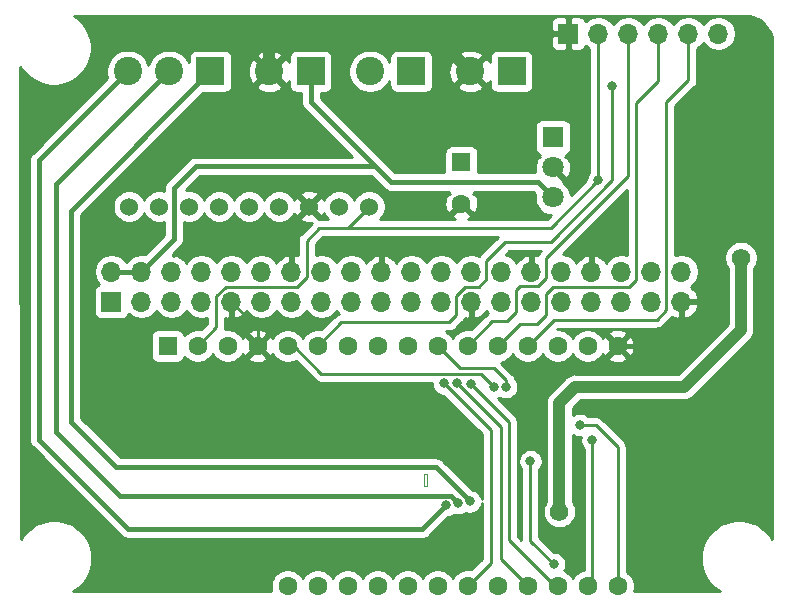
<source format=gbr>
G04 #@! TF.GenerationSoftware,KiCad,Pcbnew,(5.1.10-1-10_14)*
G04 #@! TF.CreationDate,2021-07-05T16:27:43+02:00*
G04 #@! TF.ProjectId,cablebot_camera,6361626c-6562-46f7-945f-63616d657261,1.0*
G04 #@! TF.SameCoordinates,Original*
G04 #@! TF.FileFunction,Copper,L2,Bot*
G04 #@! TF.FilePolarity,Positive*
%FSLAX46Y46*%
G04 Gerber Fmt 4.6, Leading zero omitted, Abs format (unit mm)*
G04 Created by KiCad (PCBNEW (5.1.10-1-10_14)) date 2021-07-05 16:27:43*
%MOMM*%
%LPD*%
G01*
G04 APERTURE LIST*
G04 #@! TA.AperFunction,EtchedComponent*
%ADD10C,0.101600*%
G04 #@! TD*
G04 #@! TA.AperFunction,ComponentPad*
%ADD11O,1.700000X1.700000*%
G04 #@! TD*
G04 #@! TA.AperFunction,ComponentPad*
%ADD12R,1.700000X1.700000*%
G04 #@! TD*
G04 #@! TA.AperFunction,ComponentPad*
%ADD13C,2.400000*%
G04 #@! TD*
G04 #@! TA.AperFunction,ComponentPad*
%ADD14R,2.400000X2.400000*%
G04 #@! TD*
G04 #@! TA.AperFunction,ComponentPad*
%ADD15C,1.600000*%
G04 #@! TD*
G04 #@! TA.AperFunction,ComponentPad*
%ADD16R,1.600000X1.600000*%
G04 #@! TD*
G04 #@! TA.AperFunction,ComponentPad*
%ADD17C,1.800000*%
G04 #@! TD*
G04 #@! TA.AperFunction,ComponentPad*
%ADD18R,1.800000X1.800000*%
G04 #@! TD*
G04 #@! TA.AperFunction,ComponentPad*
%ADD19C,1.524000*%
G04 #@! TD*
G04 #@! TA.AperFunction,ViaPad*
%ADD20C,0.800000*%
G04 #@! TD*
G04 #@! TA.AperFunction,ViaPad*
%ADD21C,1.574800*%
G04 #@! TD*
G04 #@! TA.AperFunction,Conductor*
%ADD22C,0.250000*%
G04 #@! TD*
G04 #@! TA.AperFunction,Conductor*
%ADD23C,0.400000*%
G04 #@! TD*
G04 #@! TA.AperFunction,Conductor*
%ADD24C,1.000000*%
G04 #@! TD*
G04 #@! TA.AperFunction,Conductor*
%ADD25C,0.254000*%
G04 #@! TD*
G04 #@! TA.AperFunction,Conductor*
%ADD26C,0.100000*%
G04 #@! TD*
G04 APERTURE END LIST*
D10*
X152407100Y-111417460D02*
X152407100Y-110398920D01*
X152407100Y-110398920D02*
X152610300Y-110398920D01*
X152610300Y-111417460D02*
X152610300Y-110398920D01*
X152407100Y-111417460D02*
X152610300Y-111417460D01*
D11*
X177282000Y-73143000D03*
X174742000Y-73143000D03*
X172202000Y-73143000D03*
X169662000Y-73143000D03*
X167122000Y-73143000D03*
D12*
X164582000Y-73143000D03*
D13*
X127282000Y-76343000D03*
X130782000Y-76343000D03*
D14*
X134282000Y-76343000D03*
D15*
X155532000Y-87543000D03*
D16*
X155532000Y-84043000D03*
D13*
X139282000Y-76343000D03*
D14*
X142782000Y-76343000D03*
D13*
X147782000Y-76343000D03*
D14*
X151282000Y-76343000D03*
D17*
X163282000Y-87023000D03*
X163282000Y-84483000D03*
D18*
X163282000Y-81943000D03*
D13*
X156282000Y-76343000D03*
D14*
X159782000Y-76343000D03*
D19*
X127397000Y-87793000D03*
X129937000Y-87793000D03*
X132477000Y-87793000D03*
X135017000Y-87793000D03*
X137557000Y-87793000D03*
X140097000Y-87793000D03*
X142637000Y-87793000D03*
X145177000Y-87793000D03*
X147717000Y-87793000D03*
D15*
X168757000Y-119921000D03*
X166217000Y-119921000D03*
X163677000Y-119921000D03*
X161137000Y-119921000D03*
X158597000Y-119921000D03*
X156057000Y-119921000D03*
X153517000Y-119921000D03*
X150977000Y-119921000D03*
X148437000Y-119921000D03*
X145897000Y-119921000D03*
X143357000Y-119921000D03*
X140817000Y-119921000D03*
D16*
X130657000Y-99601000D03*
D15*
X133197000Y-99601000D03*
X135737000Y-99601000D03*
X138277000Y-99601000D03*
X140817000Y-99601000D03*
X143357000Y-99601000D03*
X145897000Y-99601000D03*
X148437000Y-99601000D03*
X150977000Y-99601000D03*
X153517000Y-99601000D03*
X156057000Y-99601000D03*
X158597000Y-99601000D03*
X161137000Y-99601000D03*
X163677000Y-99601000D03*
X166217000Y-99601000D03*
X168757000Y-99601000D03*
D12*
X125902000Y-95838000D03*
D11*
X125902000Y-93298000D03*
X128442000Y-95838000D03*
X128442000Y-93298000D03*
X130982000Y-95838000D03*
X130982000Y-93298000D03*
X133522000Y-95838000D03*
X133522000Y-93298000D03*
X136062000Y-95838000D03*
X136062000Y-93298000D03*
X138602000Y-95838000D03*
X138602000Y-93298000D03*
X141142000Y-95838000D03*
X141142000Y-93298000D03*
X143682000Y-95838000D03*
X143682000Y-93298000D03*
X146222000Y-95838000D03*
X146222000Y-93298000D03*
X148762000Y-95838000D03*
X148762000Y-93298000D03*
X151302000Y-95838000D03*
X151302000Y-93298000D03*
X153842000Y-95838000D03*
X153842000Y-93298000D03*
X156382000Y-95838000D03*
X156382000Y-93298000D03*
X158922000Y-95838000D03*
X158922000Y-93298000D03*
X161462000Y-95838000D03*
X161462000Y-93298000D03*
X164002000Y-95838000D03*
X164002000Y-93298000D03*
X166542000Y-95838000D03*
X166542000Y-93298000D03*
X169082000Y-95838000D03*
X169082000Y-93298000D03*
X171622000Y-95838000D03*
X171622000Y-93298000D03*
X174162000Y-95838000D03*
X174162000Y-93298000D03*
D20*
X150557000Y-103518000D03*
X150457000Y-91393000D03*
X165582000Y-106293000D03*
X166632001Y-107592999D03*
X167122000Y-85578000D03*
D21*
X163832000Y-113618000D03*
X179207000Y-92118000D03*
D20*
X156306979Y-102776039D03*
X155132000Y-102768000D03*
X154057000Y-102768000D03*
X158332364Y-103040577D03*
X159332000Y-103068000D03*
X156251326Y-112750836D03*
X155261512Y-112893217D03*
X154261512Y-113068010D03*
X168307000Y-77568000D03*
X161382000Y-109343000D03*
X163357000Y-118068000D03*
D22*
X141142000Y-89288000D02*
X141142000Y-93298000D01*
X142637000Y-87793000D02*
X141142000Y-89288000D01*
X138277000Y-98053000D02*
X138277000Y-99601000D01*
X136062000Y-95838000D02*
X138277000Y-98053000D01*
D23*
X159482000Y-73143000D02*
X156282000Y-76343000D01*
X164582000Y-73143000D02*
X159482000Y-73143000D01*
D24*
X153007000Y-73068000D02*
X156282000Y-76343000D01*
X140232000Y-73068000D02*
X153007000Y-73068000D01*
X139282000Y-74018000D02*
X140232000Y-73068000D01*
X139282000Y-76343000D02*
X139282000Y-74018000D01*
D23*
X174162000Y-97138000D02*
X174162000Y-95838000D01*
X171699000Y-99601000D02*
X174162000Y-97138000D01*
X168757000Y-99601000D02*
X171699000Y-99601000D01*
D22*
X166897685Y-106293000D02*
X165582000Y-106293000D01*
X168757000Y-108152315D02*
X166897685Y-106293000D01*
X168757000Y-119921000D02*
X168757000Y-108152315D01*
X166632001Y-107592999D02*
X166632001Y-119505999D01*
X166632001Y-119505999D02*
X166217000Y-119921000D01*
D23*
X142782000Y-76343000D02*
X142782000Y-78918000D01*
X142782000Y-78918000D02*
X148257000Y-84393000D01*
X125902000Y-93298000D02*
X128442000Y-93298000D01*
X131207000Y-90533000D02*
X128442000Y-93298000D01*
X148257000Y-84393000D02*
X133032000Y-84393000D01*
X133032000Y-84393000D02*
X131207000Y-86218000D01*
X131207000Y-86218000D02*
X131207000Y-90533000D01*
X161977000Y-85718000D02*
X163282000Y-87023000D01*
X149582000Y-85718000D02*
X161977000Y-85718000D01*
X148257000Y-84393000D02*
X149582000Y-85718000D01*
D22*
X167122000Y-85578000D02*
X167122000Y-73143000D01*
X142432000Y-90668000D02*
X143482000Y-89618000D01*
X142432000Y-93747002D02*
X142432000Y-90668000D01*
X141611002Y-94568000D02*
X142432000Y-93747002D01*
X135592998Y-94568000D02*
X141611002Y-94568000D01*
X134782000Y-95378998D02*
X135592998Y-94568000D01*
X134782000Y-98016000D02*
X134782000Y-95378998D01*
X133197000Y-99601000D02*
X134782000Y-98016000D01*
X145892000Y-89618000D02*
X145832000Y-89618000D01*
X147717000Y-87793000D02*
X145892000Y-89618000D01*
X143482000Y-89618000D02*
X145832000Y-89618000D01*
X163082000Y-89618000D02*
X167122000Y-85578000D01*
X145832000Y-89618000D02*
X163082000Y-89618000D01*
D24*
X179207000Y-98243000D02*
X179207000Y-92118000D01*
X165153998Y-103067998D02*
X174382002Y-103067998D01*
X163832000Y-113618000D02*
X163832000Y-104389996D01*
X163832000Y-104389996D02*
X165153998Y-103067998D01*
X174382002Y-103067998D02*
X179207000Y-98243000D01*
D22*
X159532000Y-106001060D02*
X156306979Y-102776039D01*
X159532000Y-116016004D02*
X159532000Y-106001060D01*
X163436996Y-119921000D02*
X159532000Y-116016004D01*
X163677000Y-119921000D02*
X163436996Y-119921000D01*
X158857000Y-106493000D02*
X155132000Y-102768000D01*
X158857000Y-117641000D02*
X158857000Y-106493000D01*
X161137000Y-119921000D02*
X158857000Y-117641000D01*
X158032000Y-106743000D02*
X154057000Y-102768000D01*
X158032000Y-117946000D02*
X158032000Y-106743000D01*
X156057000Y-119921000D02*
X158032000Y-117946000D01*
X140817000Y-99601000D02*
X141325000Y-99601000D01*
X143667022Y-101943022D02*
X157234809Y-101943022D01*
X141325000Y-99601000D02*
X143667022Y-101943022D01*
X157234809Y-101943022D02*
X158332364Y-103040577D01*
X153517000Y-99601000D02*
X155409011Y-101493011D01*
X159332000Y-102502315D02*
X159332000Y-103068000D01*
X155409011Y-101493011D02*
X158322696Y-101493011D01*
X158322696Y-101493011D02*
X159332000Y-102502315D01*
X161137000Y-99093000D02*
X161137000Y-99601000D01*
X174742000Y-77108000D02*
X174742000Y-73143000D01*
X172882000Y-96543000D02*
X172882000Y-78968000D01*
X161137000Y-99601000D02*
X163370000Y-97368000D01*
X172057000Y-97368000D02*
X172882000Y-96543000D01*
X172882000Y-78968000D02*
X174742000Y-77108000D01*
X163370000Y-97368000D02*
X172057000Y-97368000D01*
D23*
X126332000Y-109868000D02*
X122482000Y-106018000D01*
X122482000Y-106018000D02*
X122482000Y-88143000D01*
X153368490Y-109868000D02*
X126332000Y-109868000D01*
X122482000Y-88143000D02*
X134282000Y-76343000D01*
X156251326Y-112750836D02*
X153368490Y-109868000D01*
X121232000Y-85893000D02*
X130782000Y-76343000D01*
X121232000Y-106894458D02*
X121232000Y-85893000D01*
X126605542Y-112268000D02*
X121232000Y-106894458D01*
X154632000Y-112268000D02*
X126605542Y-112268000D01*
X155057218Y-112693218D02*
X154632000Y-112268000D01*
X155061513Y-112693218D02*
X155057218Y-112693218D01*
X155261512Y-112893217D02*
X155061513Y-112693218D01*
X127332000Y-115118000D02*
X152211522Y-115118000D01*
X119782000Y-107568000D02*
X127332000Y-115118000D01*
X152211522Y-115118000D02*
X154261512Y-113068010D01*
X119782000Y-83843000D02*
X119782000Y-107568000D01*
X127282000Y-76343000D02*
X119782000Y-83843000D01*
D22*
X168307000Y-85568000D02*
X168307000Y-77568000D01*
X163082000Y-90793000D02*
X168307000Y-85568000D01*
X159257000Y-90793000D02*
X163082000Y-90793000D01*
X157657000Y-92393000D02*
X159257000Y-90793000D01*
X157657000Y-93952000D02*
X157657000Y-92393000D01*
X156991000Y-94618000D02*
X157657000Y-93952000D01*
X155862998Y-94618000D02*
X156991000Y-94618000D01*
X155107000Y-95373998D02*
X155862998Y-94618000D01*
X143357000Y-99601000D02*
X145365000Y-97593000D01*
X155107000Y-96993000D02*
X155107000Y-95373998D01*
X145365000Y-97593000D02*
X154507000Y-97593000D01*
X154507000Y-97593000D02*
X155107000Y-96993000D01*
X162732000Y-92143000D02*
X169662000Y-85213000D01*
X162732000Y-93868000D02*
X162732000Y-92143000D01*
X160457000Y-94543000D02*
X162057000Y-94543000D01*
X160182000Y-94818000D02*
X160457000Y-94543000D01*
X162057000Y-94543000D02*
X162732000Y-93868000D01*
X159407000Y-97518000D02*
X160182000Y-96743000D01*
X160182000Y-96743000D02*
X160182000Y-94818000D01*
X158140000Y-97518000D02*
X159407000Y-97518000D01*
X169662000Y-85213000D02*
X169662000Y-73143000D01*
X156057000Y-99601000D02*
X158140000Y-97518000D01*
X158597000Y-99093000D02*
X158597000Y-99658000D01*
X170332000Y-79018000D02*
X172202000Y-77148000D01*
X172202000Y-77148000D02*
X172202000Y-73143000D01*
X170332000Y-93977000D02*
X170332000Y-79018000D01*
X163307000Y-94593000D02*
X169716000Y-94593000D01*
X160455000Y-97743000D02*
X161957000Y-97743000D01*
X162707000Y-96993000D02*
X162707000Y-95193000D01*
X161957000Y-97743000D02*
X162707000Y-96993000D01*
X162707000Y-95193000D02*
X163307000Y-94593000D01*
X169716000Y-94593000D02*
X170332000Y-93977000D01*
X158597000Y-99601000D02*
X160455000Y-97743000D01*
X161382000Y-109343000D02*
X161382000Y-116093000D01*
X161382000Y-116093000D02*
X163357000Y-118068000D01*
D25*
X179980857Y-71676100D02*
X180412620Y-71806457D01*
X180810839Y-72018193D01*
X181160347Y-72303245D01*
X181447835Y-72650758D01*
X181662342Y-73047482D01*
X181795712Y-73478330D01*
X181846192Y-73958612D01*
X181822395Y-115935675D01*
X181538575Y-115510907D01*
X181089093Y-115061425D01*
X180560558Y-114708270D01*
X179973281Y-114465012D01*
X179349832Y-114341000D01*
X178714168Y-114341000D01*
X178090719Y-114465012D01*
X177503442Y-114708270D01*
X176974907Y-115061425D01*
X176525425Y-115510907D01*
X176172270Y-116039442D01*
X175929012Y-116626719D01*
X175805000Y-117250168D01*
X175805000Y-117885832D01*
X175929012Y-118509281D01*
X176172270Y-119096558D01*
X176525425Y-119625093D01*
X176974907Y-120074575D01*
X177397886Y-120357200D01*
X170129552Y-120357200D01*
X170136853Y-120339574D01*
X170192000Y-120062335D01*
X170192000Y-119779665D01*
X170136853Y-119502426D01*
X170028680Y-119241273D01*
X169871637Y-119006241D01*
X169671759Y-118806363D01*
X169517000Y-118702957D01*
X169517000Y-108189637D01*
X169520676Y-108152314D01*
X169517000Y-108114991D01*
X169517000Y-108114982D01*
X169506003Y-108003329D01*
X169462546Y-107860068D01*
X169391974Y-107728039D01*
X169344039Y-107669630D01*
X169320799Y-107641311D01*
X169320795Y-107641307D01*
X169297001Y-107612314D01*
X169268008Y-107588520D01*
X167461488Y-105782002D01*
X167437686Y-105752999D01*
X167321961Y-105658026D01*
X167189932Y-105587454D01*
X167046671Y-105543997D01*
X166935018Y-105533000D01*
X166935007Y-105533000D01*
X166897685Y-105529324D01*
X166860363Y-105533000D01*
X166285711Y-105533000D01*
X166241774Y-105489063D01*
X166072256Y-105375795D01*
X165883898Y-105297774D01*
X165683939Y-105258000D01*
X165480061Y-105258000D01*
X165280102Y-105297774D01*
X165091744Y-105375795D01*
X164967000Y-105459146D01*
X164967000Y-104860128D01*
X165624130Y-104202998D01*
X174326251Y-104202998D01*
X174382002Y-104208489D01*
X174437753Y-104202998D01*
X174437754Y-104202998D01*
X174604501Y-104186575D01*
X174818449Y-104121674D01*
X175015625Y-104016282D01*
X175188451Y-103874447D01*
X175223998Y-103831133D01*
X179970146Y-99084987D01*
X180013449Y-99049449D01*
X180099978Y-98944014D01*
X180155284Y-98876623D01*
X180260676Y-98679447D01*
X180325577Y-98465499D01*
X180347491Y-98243000D01*
X180342000Y-98187248D01*
X180342000Y-92979604D01*
X180467514Y-92791759D01*
X180574738Y-92532899D01*
X180629400Y-92258094D01*
X180629400Y-91977906D01*
X180574738Y-91703101D01*
X180467514Y-91444241D01*
X180311850Y-91211273D01*
X180113727Y-91013150D01*
X179880759Y-90857486D01*
X179621899Y-90750262D01*
X179347094Y-90695600D01*
X179066906Y-90695600D01*
X178792101Y-90750262D01*
X178533241Y-90857486D01*
X178300273Y-91013150D01*
X178102150Y-91211273D01*
X177946486Y-91444241D01*
X177839262Y-91703101D01*
X177784600Y-91977906D01*
X177784600Y-92258094D01*
X177839262Y-92532899D01*
X177946486Y-92791759D01*
X178072001Y-92979606D01*
X178072000Y-97772867D01*
X173911871Y-101932998D01*
X165209750Y-101932998D01*
X165153998Y-101927507D01*
X164931499Y-101949421D01*
X164717551Y-102014322D01*
X164520375Y-102119714D01*
X164390854Y-102226009D01*
X164390852Y-102226011D01*
X164347549Y-102261549D01*
X164312011Y-102304852D01*
X163068860Y-103548005D01*
X163025552Y-103583547D01*
X162883717Y-103756373D01*
X162836605Y-103844514D01*
X162778324Y-103953550D01*
X162713423Y-104167498D01*
X162691509Y-104389996D01*
X162697001Y-104445757D01*
X162697000Y-112756396D01*
X162571486Y-112944241D01*
X162464262Y-113203101D01*
X162409600Y-113477906D01*
X162409600Y-113758094D01*
X162464262Y-114032899D01*
X162571486Y-114291759D01*
X162727150Y-114524727D01*
X162925273Y-114722850D01*
X163158241Y-114878514D01*
X163417101Y-114985738D01*
X163691906Y-115040400D01*
X163972094Y-115040400D01*
X164246899Y-114985738D01*
X164505759Y-114878514D01*
X164738727Y-114722850D01*
X164936850Y-114524727D01*
X165092514Y-114291759D01*
X165199738Y-114032899D01*
X165254400Y-113758094D01*
X165254400Y-113477906D01*
X165199738Y-113203101D01*
X165092514Y-112944241D01*
X164967000Y-112756396D01*
X164967000Y-107126854D01*
X165091744Y-107210205D01*
X165280102Y-107288226D01*
X165480061Y-107328000D01*
X165629435Y-107328000D01*
X165597001Y-107491060D01*
X165597001Y-107694938D01*
X165636775Y-107894897D01*
X165714796Y-108083255D01*
X165828064Y-108252773D01*
X165872001Y-108296710D01*
X165872002Y-118526512D01*
X165798426Y-118541147D01*
X165537273Y-118649320D01*
X165302241Y-118806363D01*
X165102363Y-119006241D01*
X164947000Y-119238759D01*
X164791637Y-119006241D01*
X164591759Y-118806363D01*
X164356727Y-118649320D01*
X164244437Y-118602808D01*
X164274205Y-118558256D01*
X164352226Y-118369898D01*
X164392000Y-118169939D01*
X164392000Y-117966061D01*
X164352226Y-117766102D01*
X164274205Y-117577744D01*
X164160937Y-117408226D01*
X164016774Y-117264063D01*
X163847256Y-117150795D01*
X163658898Y-117072774D01*
X163458939Y-117033000D01*
X163396802Y-117033000D01*
X162142000Y-115778199D01*
X162142000Y-110046711D01*
X162185937Y-110002774D01*
X162299205Y-109833256D01*
X162377226Y-109644898D01*
X162417000Y-109444939D01*
X162417000Y-109241061D01*
X162377226Y-109041102D01*
X162299205Y-108852744D01*
X162185937Y-108683226D01*
X162041774Y-108539063D01*
X161872256Y-108425795D01*
X161683898Y-108347774D01*
X161483939Y-108308000D01*
X161280061Y-108308000D01*
X161080102Y-108347774D01*
X160891744Y-108425795D01*
X160722226Y-108539063D01*
X160578063Y-108683226D01*
X160464795Y-108852744D01*
X160386774Y-109041102D01*
X160347000Y-109241061D01*
X160347000Y-109444939D01*
X160386774Y-109644898D01*
X160464795Y-109833256D01*
X160578063Y-110002774D01*
X160622000Y-110046711D01*
X160622001Y-116031204D01*
X160292000Y-115701203D01*
X160292000Y-106038382D01*
X160295676Y-106001059D01*
X160292000Y-105963736D01*
X160292000Y-105963727D01*
X160281003Y-105852074D01*
X160237546Y-105708813D01*
X160166974Y-105576784D01*
X160140067Y-105543998D01*
X160095799Y-105490056D01*
X160095795Y-105490052D01*
X160072001Y-105461059D01*
X160043008Y-105437265D01*
X158639412Y-104033670D01*
X158809090Y-103963386D01*
X158841744Y-103985205D01*
X159030102Y-104063226D01*
X159230061Y-104103000D01*
X159433939Y-104103000D01*
X159633898Y-104063226D01*
X159822256Y-103985205D01*
X159991774Y-103871937D01*
X160135937Y-103727774D01*
X160249205Y-103558256D01*
X160327226Y-103369898D01*
X160367000Y-103169939D01*
X160367000Y-102966061D01*
X160327226Y-102766102D01*
X160249205Y-102577744D01*
X160135937Y-102408226D01*
X160080987Y-102353276D01*
X160037546Y-102210068D01*
X159966974Y-102078039D01*
X159940148Y-102045351D01*
X159895799Y-101991311D01*
X159895795Y-101991307D01*
X159872001Y-101962314D01*
X159843009Y-101938521D01*
X158906947Y-101002461D01*
X159015574Y-100980853D01*
X159276727Y-100872680D01*
X159511759Y-100715637D01*
X159711637Y-100515759D01*
X159867000Y-100283241D01*
X160022363Y-100515759D01*
X160222241Y-100715637D01*
X160457273Y-100872680D01*
X160718426Y-100980853D01*
X160995665Y-101036000D01*
X161278335Y-101036000D01*
X161555574Y-100980853D01*
X161816727Y-100872680D01*
X162051759Y-100715637D01*
X162251637Y-100515759D01*
X162407000Y-100283241D01*
X162562363Y-100515759D01*
X162762241Y-100715637D01*
X162997273Y-100872680D01*
X163258426Y-100980853D01*
X163535665Y-101036000D01*
X163818335Y-101036000D01*
X164095574Y-100980853D01*
X164356727Y-100872680D01*
X164591759Y-100715637D01*
X164791637Y-100515759D01*
X164947000Y-100283241D01*
X165102363Y-100515759D01*
X165302241Y-100715637D01*
X165537273Y-100872680D01*
X165798426Y-100980853D01*
X166075665Y-101036000D01*
X166358335Y-101036000D01*
X166635574Y-100980853D01*
X166896727Y-100872680D01*
X167131759Y-100715637D01*
X167253694Y-100593702D01*
X167943903Y-100593702D01*
X168015486Y-100837671D01*
X168270996Y-100958571D01*
X168545184Y-101027300D01*
X168827512Y-101041217D01*
X169107130Y-100999787D01*
X169373292Y-100904603D01*
X169498514Y-100837671D01*
X169570097Y-100593702D01*
X168757000Y-99780605D01*
X167943903Y-100593702D01*
X167253694Y-100593702D01*
X167331637Y-100515759D01*
X167487915Y-100281872D01*
X167520329Y-100342514D01*
X167764298Y-100414097D01*
X168577395Y-99601000D01*
X168936605Y-99601000D01*
X169749702Y-100414097D01*
X169993671Y-100342514D01*
X170114571Y-100087004D01*
X170183300Y-99812816D01*
X170197217Y-99530488D01*
X170155787Y-99250870D01*
X170060603Y-98984708D01*
X169993671Y-98859486D01*
X169749702Y-98787903D01*
X168936605Y-99601000D01*
X168577395Y-99601000D01*
X167764298Y-98787903D01*
X167520329Y-98859486D01*
X167489806Y-98923992D01*
X167488680Y-98921273D01*
X167331637Y-98686241D01*
X167253694Y-98608298D01*
X167943903Y-98608298D01*
X168757000Y-99421395D01*
X169570097Y-98608298D01*
X169498514Y-98364329D01*
X169243004Y-98243429D01*
X168968816Y-98174700D01*
X168686488Y-98160783D01*
X168406870Y-98202213D01*
X168140708Y-98297397D01*
X168015486Y-98364329D01*
X167943903Y-98608298D01*
X167253694Y-98608298D01*
X167131759Y-98486363D01*
X166896727Y-98329320D01*
X166635574Y-98221147D01*
X166358335Y-98166000D01*
X166075665Y-98166000D01*
X165798426Y-98221147D01*
X165537273Y-98329320D01*
X165302241Y-98486363D01*
X165102363Y-98686241D01*
X164947000Y-98918759D01*
X164791637Y-98686241D01*
X164591759Y-98486363D01*
X164356727Y-98329320D01*
X164095574Y-98221147D01*
X163818335Y-98166000D01*
X163646802Y-98166000D01*
X163684802Y-98128000D01*
X172019678Y-98128000D01*
X172057000Y-98131676D01*
X172094322Y-98128000D01*
X172094333Y-98128000D01*
X172205986Y-98117003D01*
X172349247Y-98073546D01*
X172481276Y-98002974D01*
X172597001Y-97908001D01*
X172620803Y-97878998D01*
X173392262Y-97107539D01*
X173395080Y-97109641D01*
X173657901Y-97234825D01*
X173805110Y-97279476D01*
X174035000Y-97158155D01*
X174035000Y-95965000D01*
X174289000Y-95965000D01*
X174289000Y-97158155D01*
X174518890Y-97279476D01*
X174666099Y-97234825D01*
X174928920Y-97109641D01*
X175162269Y-96935588D01*
X175357178Y-96719355D01*
X175506157Y-96469252D01*
X175603481Y-96194891D01*
X175482814Y-95965000D01*
X174289000Y-95965000D01*
X174035000Y-95965000D01*
X174015000Y-95965000D01*
X174015000Y-95711000D01*
X174035000Y-95711000D01*
X174035000Y-95691000D01*
X174289000Y-95691000D01*
X174289000Y-95711000D01*
X175482814Y-95711000D01*
X175603481Y-95481109D01*
X175506157Y-95206748D01*
X175357178Y-94956645D01*
X175162269Y-94740412D01*
X174932594Y-94569100D01*
X175108632Y-94451475D01*
X175315475Y-94244632D01*
X175477990Y-94001411D01*
X175589932Y-93731158D01*
X175647000Y-93444260D01*
X175647000Y-93151740D01*
X175589932Y-92864842D01*
X175477990Y-92594589D01*
X175315475Y-92351368D01*
X175108632Y-92144525D01*
X174865411Y-91982010D01*
X174595158Y-91870068D01*
X174308260Y-91813000D01*
X174015740Y-91813000D01*
X173728842Y-91870068D01*
X173642000Y-91906039D01*
X173642000Y-79282801D01*
X175253004Y-77671798D01*
X175282001Y-77648001D01*
X175376974Y-77532276D01*
X175447546Y-77400247D01*
X175491003Y-77256986D01*
X175502000Y-77145333D01*
X175502000Y-77145324D01*
X175505676Y-77108001D01*
X175502000Y-77070678D01*
X175502000Y-74421178D01*
X175688632Y-74296475D01*
X175895475Y-74089632D01*
X176012000Y-73915240D01*
X176128525Y-74089632D01*
X176335368Y-74296475D01*
X176578589Y-74458990D01*
X176848842Y-74570932D01*
X177135740Y-74628000D01*
X177428260Y-74628000D01*
X177715158Y-74570932D01*
X177985411Y-74458990D01*
X178228632Y-74296475D01*
X178435475Y-74089632D01*
X178597990Y-73846411D01*
X178709932Y-73576158D01*
X178767000Y-73289260D01*
X178767000Y-72996740D01*
X178709932Y-72709842D01*
X178597990Y-72439589D01*
X178435475Y-72196368D01*
X178228632Y-71989525D01*
X177985411Y-71827010D01*
X177715158Y-71715068D01*
X177428260Y-71658000D01*
X177135740Y-71658000D01*
X176848842Y-71715068D01*
X176578589Y-71827010D01*
X176335368Y-71989525D01*
X176128525Y-72196368D01*
X176012000Y-72370760D01*
X175895475Y-72196368D01*
X175688632Y-71989525D01*
X175445411Y-71827010D01*
X175175158Y-71715068D01*
X174888260Y-71658000D01*
X174595740Y-71658000D01*
X174308842Y-71715068D01*
X174038589Y-71827010D01*
X173795368Y-71989525D01*
X173588525Y-72196368D01*
X173472000Y-72370760D01*
X173355475Y-72196368D01*
X173148632Y-71989525D01*
X172905411Y-71827010D01*
X172635158Y-71715068D01*
X172348260Y-71658000D01*
X172055740Y-71658000D01*
X171768842Y-71715068D01*
X171498589Y-71827010D01*
X171255368Y-71989525D01*
X171048525Y-72196368D01*
X170932000Y-72370760D01*
X170815475Y-72196368D01*
X170608632Y-71989525D01*
X170365411Y-71827010D01*
X170095158Y-71715068D01*
X169808260Y-71658000D01*
X169515740Y-71658000D01*
X169228842Y-71715068D01*
X168958589Y-71827010D01*
X168715368Y-71989525D01*
X168508525Y-72196368D01*
X168392000Y-72370760D01*
X168275475Y-72196368D01*
X168068632Y-71989525D01*
X167825411Y-71827010D01*
X167555158Y-71715068D01*
X167268260Y-71658000D01*
X166975740Y-71658000D01*
X166688842Y-71715068D01*
X166418589Y-71827010D01*
X166175368Y-71989525D01*
X166043513Y-72121380D01*
X166021502Y-72048820D01*
X165962537Y-71938506D01*
X165883185Y-71841815D01*
X165786494Y-71762463D01*
X165676180Y-71703498D01*
X165556482Y-71667188D01*
X165432000Y-71654928D01*
X164867750Y-71658000D01*
X164709000Y-71816750D01*
X164709000Y-73016000D01*
X164729000Y-73016000D01*
X164729000Y-73270000D01*
X164709000Y-73270000D01*
X164709000Y-74469250D01*
X164867750Y-74628000D01*
X165432000Y-74631072D01*
X165556482Y-74618812D01*
X165676180Y-74582502D01*
X165786494Y-74523537D01*
X165883185Y-74444185D01*
X165962537Y-74347494D01*
X166021502Y-74237180D01*
X166043513Y-74164620D01*
X166175368Y-74296475D01*
X166362001Y-74421179D01*
X166362000Y-84874289D01*
X166318063Y-84918226D01*
X166204795Y-85087744D01*
X166126774Y-85276102D01*
X166087000Y-85476061D01*
X166087000Y-85538198D01*
X164806445Y-86818753D01*
X164758011Y-86575257D01*
X164642299Y-86295905D01*
X164474312Y-86044495D01*
X164260505Y-85830688D01*
X164106895Y-85728049D01*
X164166475Y-85547080D01*
X163282000Y-84662605D01*
X163267858Y-84676748D01*
X163088253Y-84497143D01*
X163102395Y-84483000D01*
X163088253Y-84468858D01*
X163267858Y-84289253D01*
X163282000Y-84303395D01*
X163296143Y-84289253D01*
X163475748Y-84468858D01*
X163461605Y-84483000D01*
X164346080Y-85367475D01*
X164600261Y-85283792D01*
X164731158Y-85011225D01*
X164806365Y-84718358D01*
X164822991Y-84416447D01*
X164780397Y-84117093D01*
X164680222Y-83831801D01*
X164600261Y-83682208D01*
X164346082Y-83598526D01*
X164462030Y-83482578D01*
X164415265Y-83435813D01*
X164426180Y-83432502D01*
X164536494Y-83373537D01*
X164633185Y-83294185D01*
X164712537Y-83197494D01*
X164771502Y-83087180D01*
X164807812Y-82967482D01*
X164820072Y-82843000D01*
X164820072Y-81043000D01*
X164807812Y-80918518D01*
X164771502Y-80798820D01*
X164712537Y-80688506D01*
X164633185Y-80591815D01*
X164536494Y-80512463D01*
X164426180Y-80453498D01*
X164306482Y-80417188D01*
X164182000Y-80404928D01*
X162382000Y-80404928D01*
X162257518Y-80417188D01*
X162137820Y-80453498D01*
X162027506Y-80512463D01*
X161930815Y-80591815D01*
X161851463Y-80688506D01*
X161792498Y-80798820D01*
X161756188Y-80918518D01*
X161743928Y-81043000D01*
X161743928Y-82843000D01*
X161756188Y-82967482D01*
X161792498Y-83087180D01*
X161851463Y-83197494D01*
X161930815Y-83294185D01*
X162027506Y-83373537D01*
X162137820Y-83432502D01*
X162148735Y-83435813D01*
X162101970Y-83482578D01*
X162217918Y-83598526D01*
X161963739Y-83682208D01*
X161832842Y-83954775D01*
X161757635Y-84247642D01*
X161741009Y-84549553D01*
X161783603Y-84848907D01*
X161795574Y-84883000D01*
X156966132Y-84883000D01*
X156970072Y-84843000D01*
X156970072Y-83243000D01*
X156957812Y-83118518D01*
X156921502Y-82998820D01*
X156862537Y-82888506D01*
X156783185Y-82791815D01*
X156686494Y-82712463D01*
X156576180Y-82653498D01*
X156456482Y-82617188D01*
X156332000Y-82604928D01*
X154732000Y-82604928D01*
X154607518Y-82617188D01*
X154487820Y-82653498D01*
X154377506Y-82712463D01*
X154280815Y-82791815D01*
X154201463Y-82888506D01*
X154142498Y-82998820D01*
X154106188Y-83118518D01*
X154093928Y-83243000D01*
X154093928Y-84843000D01*
X154097868Y-84883000D01*
X149927868Y-84883000D01*
X148876446Y-83831579D01*
X148850291Y-83799709D01*
X148818427Y-83773559D01*
X143617000Y-78572133D01*
X143617000Y-78181072D01*
X143982000Y-78181072D01*
X144106482Y-78168812D01*
X144226180Y-78132502D01*
X144336494Y-78073537D01*
X144433185Y-77994185D01*
X144512537Y-77897494D01*
X144571502Y-77787180D01*
X144607812Y-77667482D01*
X144620072Y-77543000D01*
X144620072Y-76162268D01*
X145947000Y-76162268D01*
X145947000Y-76523732D01*
X146017518Y-76878250D01*
X146155844Y-77212199D01*
X146356662Y-77512744D01*
X146612256Y-77768338D01*
X146912801Y-77969156D01*
X147246750Y-78107482D01*
X147601268Y-78178000D01*
X147962732Y-78178000D01*
X148317250Y-78107482D01*
X148651199Y-77969156D01*
X148951744Y-77768338D01*
X149207338Y-77512744D01*
X149408156Y-77212199D01*
X149443928Y-77125838D01*
X149443928Y-77543000D01*
X149456188Y-77667482D01*
X149492498Y-77787180D01*
X149551463Y-77897494D01*
X149630815Y-77994185D01*
X149727506Y-78073537D01*
X149837820Y-78132502D01*
X149957518Y-78168812D01*
X150082000Y-78181072D01*
X152482000Y-78181072D01*
X152606482Y-78168812D01*
X152726180Y-78132502D01*
X152836494Y-78073537D01*
X152933185Y-77994185D01*
X153012537Y-77897494D01*
X153071502Y-77787180D01*
X153107812Y-77667482D01*
X153112391Y-77620980D01*
X155183626Y-77620980D01*
X155303514Y-77905836D01*
X155627210Y-78066699D01*
X155976069Y-78161322D01*
X156336684Y-78186067D01*
X156695198Y-78139985D01*
X157037833Y-78024846D01*
X157260486Y-77905836D01*
X157380374Y-77620980D01*
X156282000Y-76522605D01*
X155183626Y-77620980D01*
X153112391Y-77620980D01*
X153120072Y-77543000D01*
X153120072Y-76397684D01*
X154438933Y-76397684D01*
X154485015Y-76756198D01*
X154600154Y-77098833D01*
X154719164Y-77321486D01*
X155004020Y-77441374D01*
X156102395Y-76343000D01*
X156461605Y-76343000D01*
X157559980Y-77441374D01*
X157844836Y-77321486D01*
X157943928Y-77122088D01*
X157943928Y-77543000D01*
X157956188Y-77667482D01*
X157992498Y-77787180D01*
X158051463Y-77897494D01*
X158130815Y-77994185D01*
X158227506Y-78073537D01*
X158337820Y-78132502D01*
X158457518Y-78168812D01*
X158582000Y-78181072D01*
X160982000Y-78181072D01*
X161106482Y-78168812D01*
X161226180Y-78132502D01*
X161336494Y-78073537D01*
X161433185Y-77994185D01*
X161512537Y-77897494D01*
X161571502Y-77787180D01*
X161607812Y-77667482D01*
X161620072Y-77543000D01*
X161620072Y-75143000D01*
X161607812Y-75018518D01*
X161571502Y-74898820D01*
X161512537Y-74788506D01*
X161433185Y-74691815D01*
X161336494Y-74612463D01*
X161226180Y-74553498D01*
X161106482Y-74517188D01*
X160982000Y-74504928D01*
X158582000Y-74504928D01*
X158457518Y-74517188D01*
X158337820Y-74553498D01*
X158227506Y-74612463D01*
X158130815Y-74691815D01*
X158051463Y-74788506D01*
X157992498Y-74898820D01*
X157956188Y-75018518D01*
X157943928Y-75143000D01*
X157943928Y-75549903D01*
X157844836Y-75364514D01*
X157559980Y-75244626D01*
X156461605Y-76343000D01*
X156102395Y-76343000D01*
X155004020Y-75244626D01*
X154719164Y-75364514D01*
X154558301Y-75688210D01*
X154463678Y-76037069D01*
X154438933Y-76397684D01*
X153120072Y-76397684D01*
X153120072Y-75143000D01*
X153112392Y-75065020D01*
X155183626Y-75065020D01*
X156282000Y-76163395D01*
X157380374Y-75065020D01*
X157260486Y-74780164D01*
X156936790Y-74619301D01*
X156587931Y-74524678D01*
X156227316Y-74499933D01*
X155868802Y-74546015D01*
X155526167Y-74661154D01*
X155303514Y-74780164D01*
X155183626Y-75065020D01*
X153112392Y-75065020D01*
X153107812Y-75018518D01*
X153071502Y-74898820D01*
X153012537Y-74788506D01*
X152933185Y-74691815D01*
X152836494Y-74612463D01*
X152726180Y-74553498D01*
X152606482Y-74517188D01*
X152482000Y-74504928D01*
X150082000Y-74504928D01*
X149957518Y-74517188D01*
X149837820Y-74553498D01*
X149727506Y-74612463D01*
X149630815Y-74691815D01*
X149551463Y-74788506D01*
X149492498Y-74898820D01*
X149456188Y-75018518D01*
X149443928Y-75143000D01*
X149443928Y-75560162D01*
X149408156Y-75473801D01*
X149207338Y-75173256D01*
X148951744Y-74917662D01*
X148651199Y-74716844D01*
X148317250Y-74578518D01*
X147962732Y-74508000D01*
X147601268Y-74508000D01*
X147246750Y-74578518D01*
X146912801Y-74716844D01*
X146612256Y-74917662D01*
X146356662Y-75173256D01*
X146155844Y-75473801D01*
X146017518Y-75807750D01*
X145947000Y-76162268D01*
X144620072Y-76162268D01*
X144620072Y-75143000D01*
X144607812Y-75018518D01*
X144571502Y-74898820D01*
X144512537Y-74788506D01*
X144433185Y-74691815D01*
X144336494Y-74612463D01*
X144226180Y-74553498D01*
X144106482Y-74517188D01*
X143982000Y-74504928D01*
X141582000Y-74504928D01*
X141457518Y-74517188D01*
X141337820Y-74553498D01*
X141227506Y-74612463D01*
X141130815Y-74691815D01*
X141051463Y-74788506D01*
X140992498Y-74898820D01*
X140956188Y-75018518D01*
X140943928Y-75143000D01*
X140943928Y-75549903D01*
X140844836Y-75364514D01*
X140559980Y-75244626D01*
X139461605Y-76343000D01*
X140559980Y-77441374D01*
X140844836Y-77321486D01*
X140943928Y-77122088D01*
X140943928Y-77543000D01*
X140956188Y-77667482D01*
X140992498Y-77787180D01*
X141051463Y-77897494D01*
X141130815Y-77994185D01*
X141227506Y-78073537D01*
X141337820Y-78132502D01*
X141457518Y-78168812D01*
X141582000Y-78181072D01*
X141947001Y-78181072D01*
X141947001Y-78876972D01*
X141942960Y-78918000D01*
X141959082Y-79081688D01*
X142006828Y-79239086D01*
X142044864Y-79310246D01*
X142084365Y-79384146D01*
X142188710Y-79511291D01*
X142220574Y-79537441D01*
X146241132Y-83558000D01*
X133073018Y-83558000D01*
X133032000Y-83553960D01*
X132990982Y-83558000D01*
X132990981Y-83558000D01*
X132868311Y-83570082D01*
X132710913Y-83617828D01*
X132565854Y-83695364D01*
X132438709Y-83799709D01*
X132412563Y-83831568D01*
X130645579Y-85598554D01*
X130613709Y-85624709D01*
X130509365Y-85751854D01*
X130509364Y-85751855D01*
X130431828Y-85896914D01*
X130384082Y-86054312D01*
X130367960Y-86218000D01*
X130372000Y-86259019D01*
X130372000Y-86461081D01*
X130344490Y-86449686D01*
X130074592Y-86396000D01*
X129799408Y-86396000D01*
X129529510Y-86449686D01*
X129275273Y-86554995D01*
X129046465Y-86707880D01*
X128851880Y-86902465D01*
X128698995Y-87131273D01*
X128667000Y-87208515D01*
X128635005Y-87131273D01*
X128482120Y-86902465D01*
X128287535Y-86707880D01*
X128058727Y-86554995D01*
X127804490Y-86449686D01*
X127534592Y-86396000D01*
X127259408Y-86396000D01*
X126989510Y-86449686D01*
X126735273Y-86554995D01*
X126506465Y-86707880D01*
X126311880Y-86902465D01*
X126158995Y-87131273D01*
X126053686Y-87385510D01*
X126000000Y-87655408D01*
X126000000Y-87930592D01*
X126053686Y-88200490D01*
X126158995Y-88454727D01*
X126311880Y-88683535D01*
X126506465Y-88878120D01*
X126735273Y-89031005D01*
X126989510Y-89136314D01*
X127259408Y-89190000D01*
X127534592Y-89190000D01*
X127804490Y-89136314D01*
X128058727Y-89031005D01*
X128287535Y-88878120D01*
X128482120Y-88683535D01*
X128635005Y-88454727D01*
X128667000Y-88377485D01*
X128698995Y-88454727D01*
X128851880Y-88683535D01*
X129046465Y-88878120D01*
X129275273Y-89031005D01*
X129529510Y-89136314D01*
X129799408Y-89190000D01*
X130074592Y-89190000D01*
X130344490Y-89136314D01*
X130372001Y-89124919D01*
X130372001Y-90187131D01*
X128719940Y-91839193D01*
X128588260Y-91813000D01*
X128295740Y-91813000D01*
X128008842Y-91870068D01*
X127738589Y-91982010D01*
X127495368Y-92144525D01*
X127288525Y-92351368D01*
X127213935Y-92463000D01*
X127130065Y-92463000D01*
X127055475Y-92351368D01*
X126848632Y-92144525D01*
X126605411Y-91982010D01*
X126335158Y-91870068D01*
X126048260Y-91813000D01*
X125755740Y-91813000D01*
X125468842Y-91870068D01*
X125198589Y-91982010D01*
X124955368Y-92144525D01*
X124748525Y-92351368D01*
X124586010Y-92594589D01*
X124474068Y-92864842D01*
X124417000Y-93151740D01*
X124417000Y-93444260D01*
X124474068Y-93731158D01*
X124586010Y-94001411D01*
X124748525Y-94244632D01*
X124880380Y-94376487D01*
X124807820Y-94398498D01*
X124697506Y-94457463D01*
X124600815Y-94536815D01*
X124521463Y-94633506D01*
X124462498Y-94743820D01*
X124426188Y-94863518D01*
X124413928Y-94988000D01*
X124413928Y-96688000D01*
X124426188Y-96812482D01*
X124462498Y-96932180D01*
X124521463Y-97042494D01*
X124600815Y-97139185D01*
X124697506Y-97218537D01*
X124807820Y-97277502D01*
X124927518Y-97313812D01*
X125052000Y-97326072D01*
X126752000Y-97326072D01*
X126876482Y-97313812D01*
X126996180Y-97277502D01*
X127106494Y-97218537D01*
X127203185Y-97139185D01*
X127282537Y-97042494D01*
X127341502Y-96932180D01*
X127363513Y-96859620D01*
X127495368Y-96991475D01*
X127738589Y-97153990D01*
X128008842Y-97265932D01*
X128295740Y-97323000D01*
X128588260Y-97323000D01*
X128875158Y-97265932D01*
X129145411Y-97153990D01*
X129388632Y-96991475D01*
X129595475Y-96784632D01*
X129712000Y-96610240D01*
X129828525Y-96784632D01*
X130035368Y-96991475D01*
X130278589Y-97153990D01*
X130548842Y-97265932D01*
X130835740Y-97323000D01*
X131128260Y-97323000D01*
X131415158Y-97265932D01*
X131685411Y-97153990D01*
X131928632Y-96991475D01*
X132135475Y-96784632D01*
X132252000Y-96610240D01*
X132368525Y-96784632D01*
X132575368Y-96991475D01*
X132818589Y-97153990D01*
X133088842Y-97265932D01*
X133375740Y-97323000D01*
X133668260Y-97323000D01*
X133955158Y-97265932D01*
X134022000Y-97238245D01*
X134022000Y-97701197D01*
X133520886Y-98202312D01*
X133338335Y-98166000D01*
X133055665Y-98166000D01*
X132778426Y-98221147D01*
X132517273Y-98329320D01*
X132282241Y-98486363D01*
X132083643Y-98684961D01*
X132082812Y-98676518D01*
X132046502Y-98556820D01*
X131987537Y-98446506D01*
X131908185Y-98349815D01*
X131811494Y-98270463D01*
X131701180Y-98211498D01*
X131581482Y-98175188D01*
X131457000Y-98162928D01*
X129857000Y-98162928D01*
X129732518Y-98175188D01*
X129612820Y-98211498D01*
X129502506Y-98270463D01*
X129405815Y-98349815D01*
X129326463Y-98446506D01*
X129267498Y-98556820D01*
X129231188Y-98676518D01*
X129218928Y-98801000D01*
X129218928Y-100401000D01*
X129231188Y-100525482D01*
X129267498Y-100645180D01*
X129326463Y-100755494D01*
X129405815Y-100852185D01*
X129502506Y-100931537D01*
X129612820Y-100990502D01*
X129732518Y-101026812D01*
X129857000Y-101039072D01*
X131457000Y-101039072D01*
X131581482Y-101026812D01*
X131701180Y-100990502D01*
X131811494Y-100931537D01*
X131908185Y-100852185D01*
X131987537Y-100755494D01*
X132046502Y-100645180D01*
X132082812Y-100525482D01*
X132083643Y-100517039D01*
X132282241Y-100715637D01*
X132517273Y-100872680D01*
X132778426Y-100980853D01*
X133055665Y-101036000D01*
X133338335Y-101036000D01*
X133615574Y-100980853D01*
X133876727Y-100872680D01*
X134111759Y-100715637D01*
X134311637Y-100515759D01*
X134467000Y-100283241D01*
X134622363Y-100515759D01*
X134822241Y-100715637D01*
X135057273Y-100872680D01*
X135318426Y-100980853D01*
X135595665Y-101036000D01*
X135878335Y-101036000D01*
X136155574Y-100980853D01*
X136416727Y-100872680D01*
X136651759Y-100715637D01*
X136773694Y-100593702D01*
X137463903Y-100593702D01*
X137535486Y-100837671D01*
X137790996Y-100958571D01*
X138065184Y-101027300D01*
X138347512Y-101041217D01*
X138627130Y-100999787D01*
X138893292Y-100904603D01*
X139018514Y-100837671D01*
X139090097Y-100593702D01*
X138277000Y-99780605D01*
X137463903Y-100593702D01*
X136773694Y-100593702D01*
X136851637Y-100515759D01*
X137007915Y-100281872D01*
X137040329Y-100342514D01*
X137284298Y-100414097D01*
X138097395Y-99601000D01*
X137284298Y-98787903D01*
X137040329Y-98859486D01*
X137009806Y-98923992D01*
X137008680Y-98921273D01*
X136851637Y-98686241D01*
X136773694Y-98608298D01*
X137463903Y-98608298D01*
X138277000Y-99421395D01*
X139090097Y-98608298D01*
X139018514Y-98364329D01*
X138763004Y-98243429D01*
X138488816Y-98174700D01*
X138206488Y-98160783D01*
X137926870Y-98202213D01*
X137660708Y-98297397D01*
X137535486Y-98364329D01*
X137463903Y-98608298D01*
X136773694Y-98608298D01*
X136651759Y-98486363D01*
X136416727Y-98329320D01*
X136155574Y-98221147D01*
X135878335Y-98166000D01*
X135595665Y-98166000D01*
X135526523Y-98179753D01*
X135531003Y-98164986D01*
X135542000Y-98053333D01*
X135542000Y-98053324D01*
X135545676Y-98016001D01*
X135542000Y-97978678D01*
X135542000Y-97227251D01*
X135557901Y-97234825D01*
X135705110Y-97279476D01*
X135935000Y-97158155D01*
X135935000Y-95965000D01*
X135915000Y-95965000D01*
X135915000Y-95711000D01*
X135935000Y-95711000D01*
X135935000Y-95691000D01*
X136189000Y-95691000D01*
X136189000Y-95711000D01*
X136209000Y-95711000D01*
X136209000Y-95965000D01*
X136189000Y-95965000D01*
X136189000Y-97158155D01*
X136418890Y-97279476D01*
X136566099Y-97234825D01*
X136828920Y-97109641D01*
X137062269Y-96935588D01*
X137257178Y-96719355D01*
X137326805Y-96602466D01*
X137448525Y-96784632D01*
X137655368Y-96991475D01*
X137898589Y-97153990D01*
X138168842Y-97265932D01*
X138455740Y-97323000D01*
X138748260Y-97323000D01*
X139035158Y-97265932D01*
X139305411Y-97153990D01*
X139548632Y-96991475D01*
X139755475Y-96784632D01*
X139872000Y-96610240D01*
X139988525Y-96784632D01*
X140195368Y-96991475D01*
X140438589Y-97153990D01*
X140708842Y-97265932D01*
X140995740Y-97323000D01*
X141288260Y-97323000D01*
X141575158Y-97265932D01*
X141845411Y-97153990D01*
X142088632Y-96991475D01*
X142295475Y-96784632D01*
X142412000Y-96610240D01*
X142528525Y-96784632D01*
X142735368Y-96991475D01*
X142978589Y-97153990D01*
X143248842Y-97265932D01*
X143535740Y-97323000D01*
X143828260Y-97323000D01*
X144115158Y-97265932D01*
X144385411Y-97153990D01*
X144628632Y-96991475D01*
X144835475Y-96784632D01*
X144952000Y-96610240D01*
X145068525Y-96784632D01*
X145148400Y-96864507D01*
X145072753Y-96887454D01*
X144940724Y-96958026D01*
X144824999Y-97052999D01*
X144801201Y-97081997D01*
X143680886Y-98202312D01*
X143498335Y-98166000D01*
X143215665Y-98166000D01*
X142938426Y-98221147D01*
X142677273Y-98329320D01*
X142442241Y-98486363D01*
X142242363Y-98686241D01*
X142087000Y-98918759D01*
X141931637Y-98686241D01*
X141731759Y-98486363D01*
X141496727Y-98329320D01*
X141235574Y-98221147D01*
X140958335Y-98166000D01*
X140675665Y-98166000D01*
X140398426Y-98221147D01*
X140137273Y-98329320D01*
X139902241Y-98486363D01*
X139702363Y-98686241D01*
X139546085Y-98920128D01*
X139513671Y-98859486D01*
X139269702Y-98787903D01*
X138456605Y-99601000D01*
X139269702Y-100414097D01*
X139513671Y-100342514D01*
X139544194Y-100278008D01*
X139545320Y-100280727D01*
X139702363Y-100515759D01*
X139902241Y-100715637D01*
X140137273Y-100872680D01*
X140398426Y-100980853D01*
X140675665Y-101036000D01*
X140958335Y-101036000D01*
X141235574Y-100980853D01*
X141496727Y-100872680D01*
X141511804Y-100862606D01*
X143103222Y-102454024D01*
X143127021Y-102483023D01*
X143242746Y-102577996D01*
X143374775Y-102648568D01*
X143518036Y-102692025D01*
X143629689Y-102703022D01*
X143629698Y-102703022D01*
X143667021Y-102706698D01*
X143704344Y-102703022D01*
X153022000Y-102703022D01*
X153022000Y-102869939D01*
X153061774Y-103069898D01*
X153139795Y-103258256D01*
X153253063Y-103427774D01*
X153397226Y-103571937D01*
X153566744Y-103685205D01*
X153755102Y-103763226D01*
X153955061Y-103803000D01*
X154017199Y-103803000D01*
X157272001Y-107057803D01*
X157272000Y-112576877D01*
X157246552Y-112448938D01*
X157168531Y-112260580D01*
X157055263Y-112091062D01*
X156911100Y-111946899D01*
X156741582Y-111833631D01*
X156553224Y-111755610D01*
X156408102Y-111726744D01*
X153987936Y-109306579D01*
X153961781Y-109274709D01*
X153834636Y-109170364D01*
X153689577Y-109092828D01*
X153532179Y-109045082D01*
X153409509Y-109033000D01*
X153409508Y-109033000D01*
X153368490Y-109028960D01*
X153327472Y-109033000D01*
X126677868Y-109033000D01*
X123317000Y-105672133D01*
X123317000Y-88488867D01*
X133624796Y-78181072D01*
X135482000Y-78181072D01*
X135606482Y-78168812D01*
X135726180Y-78132502D01*
X135836494Y-78073537D01*
X135933185Y-77994185D01*
X136012537Y-77897494D01*
X136071502Y-77787180D01*
X136107812Y-77667482D01*
X136112391Y-77620980D01*
X138183626Y-77620980D01*
X138303514Y-77905836D01*
X138627210Y-78066699D01*
X138976069Y-78161322D01*
X139336684Y-78186067D01*
X139695198Y-78139985D01*
X140037833Y-78024846D01*
X140260486Y-77905836D01*
X140380374Y-77620980D01*
X139282000Y-76522605D01*
X138183626Y-77620980D01*
X136112391Y-77620980D01*
X136120072Y-77543000D01*
X136120072Y-76397684D01*
X137438933Y-76397684D01*
X137485015Y-76756198D01*
X137600154Y-77098833D01*
X137719164Y-77321486D01*
X138004020Y-77441374D01*
X139102395Y-76343000D01*
X138004020Y-75244626D01*
X137719164Y-75364514D01*
X137558301Y-75688210D01*
X137463678Y-76037069D01*
X137438933Y-76397684D01*
X136120072Y-76397684D01*
X136120072Y-75143000D01*
X136112392Y-75065020D01*
X138183626Y-75065020D01*
X139282000Y-76163395D01*
X140380374Y-75065020D01*
X140260486Y-74780164D01*
X139936790Y-74619301D01*
X139587931Y-74524678D01*
X139227316Y-74499933D01*
X138868802Y-74546015D01*
X138526167Y-74661154D01*
X138303514Y-74780164D01*
X138183626Y-75065020D01*
X136112392Y-75065020D01*
X136107812Y-75018518D01*
X136071502Y-74898820D01*
X136012537Y-74788506D01*
X135933185Y-74691815D01*
X135836494Y-74612463D01*
X135726180Y-74553498D01*
X135606482Y-74517188D01*
X135482000Y-74504928D01*
X133082000Y-74504928D01*
X132957518Y-74517188D01*
X132837820Y-74553498D01*
X132727506Y-74612463D01*
X132630815Y-74691815D01*
X132551463Y-74788506D01*
X132492498Y-74898820D01*
X132456188Y-75018518D01*
X132443928Y-75143000D01*
X132443928Y-75560162D01*
X132408156Y-75473801D01*
X132207338Y-75173256D01*
X131951744Y-74917662D01*
X131651199Y-74716844D01*
X131317250Y-74578518D01*
X130962732Y-74508000D01*
X130601268Y-74508000D01*
X130246750Y-74578518D01*
X129912801Y-74716844D01*
X129612256Y-74917662D01*
X129356662Y-75173256D01*
X129155844Y-75473801D01*
X129032000Y-75772787D01*
X128908156Y-75473801D01*
X128707338Y-75173256D01*
X128451744Y-74917662D01*
X128151199Y-74716844D01*
X127817250Y-74578518D01*
X127462732Y-74508000D01*
X127101268Y-74508000D01*
X126746750Y-74578518D01*
X126412801Y-74716844D01*
X126112256Y-74917662D01*
X125856662Y-75173256D01*
X125655844Y-75473801D01*
X125517518Y-75807750D01*
X125447000Y-76162268D01*
X125447000Y-76523732D01*
X125517518Y-76878250D01*
X125531683Y-76912448D01*
X119220579Y-83223554D01*
X119188709Y-83249709D01*
X119087087Y-83373537D01*
X119084364Y-83376855D01*
X119006828Y-83521914D01*
X118959082Y-83679312D01*
X118942960Y-83843000D01*
X118947000Y-83884018D01*
X118947001Y-107526971D01*
X118942960Y-107568000D01*
X118959082Y-107731688D01*
X119006828Y-107889086D01*
X119084364Y-108034145D01*
X119084365Y-108034146D01*
X119188710Y-108161291D01*
X119220574Y-108187441D01*
X126712559Y-115679427D01*
X126738709Y-115711291D01*
X126865854Y-115815636D01*
X127010913Y-115893172D01*
X127168311Y-115940918D01*
X127290981Y-115953000D01*
X127290991Y-115953000D01*
X127331999Y-115957039D01*
X127373007Y-115953000D01*
X152170504Y-115953000D01*
X152211522Y-115957040D01*
X152252540Y-115953000D01*
X152252541Y-115953000D01*
X152375211Y-115940918D01*
X152532609Y-115893172D01*
X152677668Y-115815636D01*
X152804813Y-115711291D01*
X152830968Y-115679421D01*
X154418288Y-114092102D01*
X154563410Y-114063236D01*
X154751768Y-113985215D01*
X154920713Y-113872330D01*
X154959614Y-113888443D01*
X155159573Y-113928217D01*
X155363451Y-113928217D01*
X155563410Y-113888443D01*
X155751768Y-113810422D01*
X155886870Y-113720150D01*
X155949428Y-113746062D01*
X156149387Y-113785836D01*
X156353265Y-113785836D01*
X156553224Y-113746062D01*
X156741582Y-113668041D01*
X156911100Y-113554773D01*
X157055263Y-113410610D01*
X157168531Y-113241092D01*
X157246552Y-113052734D01*
X157272000Y-112924795D01*
X157272000Y-117631198D01*
X156380886Y-118522312D01*
X156198335Y-118486000D01*
X155915665Y-118486000D01*
X155638426Y-118541147D01*
X155377273Y-118649320D01*
X155142241Y-118806363D01*
X154942363Y-119006241D01*
X154787000Y-119238759D01*
X154631637Y-119006241D01*
X154431759Y-118806363D01*
X154196727Y-118649320D01*
X153935574Y-118541147D01*
X153658335Y-118486000D01*
X153375665Y-118486000D01*
X153098426Y-118541147D01*
X152837273Y-118649320D01*
X152602241Y-118806363D01*
X152402363Y-119006241D01*
X152247000Y-119238759D01*
X152091637Y-119006241D01*
X151891759Y-118806363D01*
X151656727Y-118649320D01*
X151395574Y-118541147D01*
X151118335Y-118486000D01*
X150835665Y-118486000D01*
X150558426Y-118541147D01*
X150297273Y-118649320D01*
X150062241Y-118806363D01*
X149862363Y-119006241D01*
X149707000Y-119238759D01*
X149551637Y-119006241D01*
X149351759Y-118806363D01*
X149116727Y-118649320D01*
X148855574Y-118541147D01*
X148578335Y-118486000D01*
X148295665Y-118486000D01*
X148018426Y-118541147D01*
X147757273Y-118649320D01*
X147522241Y-118806363D01*
X147322363Y-119006241D01*
X147167000Y-119238759D01*
X147011637Y-119006241D01*
X146811759Y-118806363D01*
X146576727Y-118649320D01*
X146315574Y-118541147D01*
X146038335Y-118486000D01*
X145755665Y-118486000D01*
X145478426Y-118541147D01*
X145217273Y-118649320D01*
X144982241Y-118806363D01*
X144782363Y-119006241D01*
X144627000Y-119238759D01*
X144471637Y-119006241D01*
X144271759Y-118806363D01*
X144036727Y-118649320D01*
X143775574Y-118541147D01*
X143498335Y-118486000D01*
X143215665Y-118486000D01*
X142938426Y-118541147D01*
X142677273Y-118649320D01*
X142442241Y-118806363D01*
X142242363Y-119006241D01*
X142087000Y-119238759D01*
X141931637Y-119006241D01*
X141731759Y-118806363D01*
X141496727Y-118649320D01*
X141235574Y-118541147D01*
X140958335Y-118486000D01*
X140675665Y-118486000D01*
X140398426Y-118541147D01*
X140137273Y-118649320D01*
X139902241Y-118806363D01*
X139702363Y-119006241D01*
X139545320Y-119241273D01*
X139437147Y-119502426D01*
X139382000Y-119779665D01*
X139382000Y-120062335D01*
X139437147Y-120339574D01*
X139444448Y-120357200D01*
X122666114Y-120357200D01*
X123089093Y-120074575D01*
X123538575Y-119625093D01*
X123891730Y-119096558D01*
X124134988Y-118509281D01*
X124259000Y-117885832D01*
X124259000Y-117250168D01*
X124134988Y-116626719D01*
X123891730Y-116039442D01*
X123538575Y-115510907D01*
X123089093Y-115061425D01*
X122560558Y-114708270D01*
X121973281Y-114465012D01*
X121349832Y-114341000D01*
X120714168Y-114341000D01*
X120090719Y-114465012D01*
X119503442Y-114708270D01*
X118974907Y-115061425D01*
X118525425Y-115510907D01*
X118216626Y-115973059D01*
X118193932Y-75941393D01*
X118500425Y-76400093D01*
X118949907Y-76849575D01*
X119478442Y-77202730D01*
X120065719Y-77445988D01*
X120689168Y-77570000D01*
X121324832Y-77570000D01*
X121948281Y-77445988D01*
X122535558Y-77202730D01*
X123064093Y-76849575D01*
X123513575Y-76400093D01*
X123866730Y-75871558D01*
X124109988Y-75284281D01*
X124234000Y-74660832D01*
X124234000Y-74025168D01*
X124227602Y-73993000D01*
X163093928Y-73993000D01*
X163106188Y-74117482D01*
X163142498Y-74237180D01*
X163201463Y-74347494D01*
X163280815Y-74444185D01*
X163377506Y-74523537D01*
X163487820Y-74582502D01*
X163607518Y-74618812D01*
X163732000Y-74631072D01*
X164296250Y-74628000D01*
X164455000Y-74469250D01*
X164455000Y-73270000D01*
X163255750Y-73270000D01*
X163097000Y-73428750D01*
X163093928Y-73993000D01*
X124227602Y-73993000D01*
X124109988Y-73401719D01*
X123866730Y-72814442D01*
X123518315Y-72293000D01*
X163093928Y-72293000D01*
X163097000Y-72857250D01*
X163255750Y-73016000D01*
X164455000Y-73016000D01*
X164455000Y-71816750D01*
X164296250Y-71658000D01*
X163732000Y-71654928D01*
X163607518Y-71667188D01*
X163487820Y-71703498D01*
X163377506Y-71762463D01*
X163280815Y-71841815D01*
X163201463Y-71938506D01*
X163142498Y-72048820D01*
X163106188Y-72168518D01*
X163093928Y-72293000D01*
X123518315Y-72293000D01*
X123513575Y-72285907D01*
X123064093Y-71836425D01*
X122753360Y-71628800D01*
X179498457Y-71628800D01*
X179980857Y-71676100D01*
G04 #@! TA.AperFunction,Conductor*
D26*
G36*
X179980857Y-71676100D02*
G01*
X180412620Y-71806457D01*
X180810839Y-72018193D01*
X181160347Y-72303245D01*
X181447835Y-72650758D01*
X181662342Y-73047482D01*
X181795712Y-73478330D01*
X181846192Y-73958612D01*
X181822395Y-115935675D01*
X181538575Y-115510907D01*
X181089093Y-115061425D01*
X180560558Y-114708270D01*
X179973281Y-114465012D01*
X179349832Y-114341000D01*
X178714168Y-114341000D01*
X178090719Y-114465012D01*
X177503442Y-114708270D01*
X176974907Y-115061425D01*
X176525425Y-115510907D01*
X176172270Y-116039442D01*
X175929012Y-116626719D01*
X175805000Y-117250168D01*
X175805000Y-117885832D01*
X175929012Y-118509281D01*
X176172270Y-119096558D01*
X176525425Y-119625093D01*
X176974907Y-120074575D01*
X177397886Y-120357200D01*
X170129552Y-120357200D01*
X170136853Y-120339574D01*
X170192000Y-120062335D01*
X170192000Y-119779665D01*
X170136853Y-119502426D01*
X170028680Y-119241273D01*
X169871637Y-119006241D01*
X169671759Y-118806363D01*
X169517000Y-118702957D01*
X169517000Y-108189637D01*
X169520676Y-108152314D01*
X169517000Y-108114991D01*
X169517000Y-108114982D01*
X169506003Y-108003329D01*
X169462546Y-107860068D01*
X169391974Y-107728039D01*
X169344039Y-107669630D01*
X169320799Y-107641311D01*
X169320795Y-107641307D01*
X169297001Y-107612314D01*
X169268008Y-107588520D01*
X167461488Y-105782002D01*
X167437686Y-105752999D01*
X167321961Y-105658026D01*
X167189932Y-105587454D01*
X167046671Y-105543997D01*
X166935018Y-105533000D01*
X166935007Y-105533000D01*
X166897685Y-105529324D01*
X166860363Y-105533000D01*
X166285711Y-105533000D01*
X166241774Y-105489063D01*
X166072256Y-105375795D01*
X165883898Y-105297774D01*
X165683939Y-105258000D01*
X165480061Y-105258000D01*
X165280102Y-105297774D01*
X165091744Y-105375795D01*
X164967000Y-105459146D01*
X164967000Y-104860128D01*
X165624130Y-104202998D01*
X174326251Y-104202998D01*
X174382002Y-104208489D01*
X174437753Y-104202998D01*
X174437754Y-104202998D01*
X174604501Y-104186575D01*
X174818449Y-104121674D01*
X175015625Y-104016282D01*
X175188451Y-103874447D01*
X175223998Y-103831133D01*
X179970146Y-99084987D01*
X180013449Y-99049449D01*
X180099978Y-98944014D01*
X180155284Y-98876623D01*
X180260676Y-98679447D01*
X180325577Y-98465499D01*
X180347491Y-98243000D01*
X180342000Y-98187248D01*
X180342000Y-92979604D01*
X180467514Y-92791759D01*
X180574738Y-92532899D01*
X180629400Y-92258094D01*
X180629400Y-91977906D01*
X180574738Y-91703101D01*
X180467514Y-91444241D01*
X180311850Y-91211273D01*
X180113727Y-91013150D01*
X179880759Y-90857486D01*
X179621899Y-90750262D01*
X179347094Y-90695600D01*
X179066906Y-90695600D01*
X178792101Y-90750262D01*
X178533241Y-90857486D01*
X178300273Y-91013150D01*
X178102150Y-91211273D01*
X177946486Y-91444241D01*
X177839262Y-91703101D01*
X177784600Y-91977906D01*
X177784600Y-92258094D01*
X177839262Y-92532899D01*
X177946486Y-92791759D01*
X178072001Y-92979606D01*
X178072000Y-97772867D01*
X173911871Y-101932998D01*
X165209750Y-101932998D01*
X165153998Y-101927507D01*
X164931499Y-101949421D01*
X164717551Y-102014322D01*
X164520375Y-102119714D01*
X164390854Y-102226009D01*
X164390852Y-102226011D01*
X164347549Y-102261549D01*
X164312011Y-102304852D01*
X163068860Y-103548005D01*
X163025552Y-103583547D01*
X162883717Y-103756373D01*
X162836605Y-103844514D01*
X162778324Y-103953550D01*
X162713423Y-104167498D01*
X162691509Y-104389996D01*
X162697001Y-104445757D01*
X162697000Y-112756396D01*
X162571486Y-112944241D01*
X162464262Y-113203101D01*
X162409600Y-113477906D01*
X162409600Y-113758094D01*
X162464262Y-114032899D01*
X162571486Y-114291759D01*
X162727150Y-114524727D01*
X162925273Y-114722850D01*
X163158241Y-114878514D01*
X163417101Y-114985738D01*
X163691906Y-115040400D01*
X163972094Y-115040400D01*
X164246899Y-114985738D01*
X164505759Y-114878514D01*
X164738727Y-114722850D01*
X164936850Y-114524727D01*
X165092514Y-114291759D01*
X165199738Y-114032899D01*
X165254400Y-113758094D01*
X165254400Y-113477906D01*
X165199738Y-113203101D01*
X165092514Y-112944241D01*
X164967000Y-112756396D01*
X164967000Y-107126854D01*
X165091744Y-107210205D01*
X165280102Y-107288226D01*
X165480061Y-107328000D01*
X165629435Y-107328000D01*
X165597001Y-107491060D01*
X165597001Y-107694938D01*
X165636775Y-107894897D01*
X165714796Y-108083255D01*
X165828064Y-108252773D01*
X165872001Y-108296710D01*
X165872002Y-118526512D01*
X165798426Y-118541147D01*
X165537273Y-118649320D01*
X165302241Y-118806363D01*
X165102363Y-119006241D01*
X164947000Y-119238759D01*
X164791637Y-119006241D01*
X164591759Y-118806363D01*
X164356727Y-118649320D01*
X164244437Y-118602808D01*
X164274205Y-118558256D01*
X164352226Y-118369898D01*
X164392000Y-118169939D01*
X164392000Y-117966061D01*
X164352226Y-117766102D01*
X164274205Y-117577744D01*
X164160937Y-117408226D01*
X164016774Y-117264063D01*
X163847256Y-117150795D01*
X163658898Y-117072774D01*
X163458939Y-117033000D01*
X163396802Y-117033000D01*
X162142000Y-115778199D01*
X162142000Y-110046711D01*
X162185937Y-110002774D01*
X162299205Y-109833256D01*
X162377226Y-109644898D01*
X162417000Y-109444939D01*
X162417000Y-109241061D01*
X162377226Y-109041102D01*
X162299205Y-108852744D01*
X162185937Y-108683226D01*
X162041774Y-108539063D01*
X161872256Y-108425795D01*
X161683898Y-108347774D01*
X161483939Y-108308000D01*
X161280061Y-108308000D01*
X161080102Y-108347774D01*
X160891744Y-108425795D01*
X160722226Y-108539063D01*
X160578063Y-108683226D01*
X160464795Y-108852744D01*
X160386774Y-109041102D01*
X160347000Y-109241061D01*
X160347000Y-109444939D01*
X160386774Y-109644898D01*
X160464795Y-109833256D01*
X160578063Y-110002774D01*
X160622000Y-110046711D01*
X160622001Y-116031204D01*
X160292000Y-115701203D01*
X160292000Y-106038382D01*
X160295676Y-106001059D01*
X160292000Y-105963736D01*
X160292000Y-105963727D01*
X160281003Y-105852074D01*
X160237546Y-105708813D01*
X160166974Y-105576784D01*
X160140067Y-105543998D01*
X160095799Y-105490056D01*
X160095795Y-105490052D01*
X160072001Y-105461059D01*
X160043008Y-105437265D01*
X158639412Y-104033670D01*
X158809090Y-103963386D01*
X158841744Y-103985205D01*
X159030102Y-104063226D01*
X159230061Y-104103000D01*
X159433939Y-104103000D01*
X159633898Y-104063226D01*
X159822256Y-103985205D01*
X159991774Y-103871937D01*
X160135937Y-103727774D01*
X160249205Y-103558256D01*
X160327226Y-103369898D01*
X160367000Y-103169939D01*
X160367000Y-102966061D01*
X160327226Y-102766102D01*
X160249205Y-102577744D01*
X160135937Y-102408226D01*
X160080987Y-102353276D01*
X160037546Y-102210068D01*
X159966974Y-102078039D01*
X159940148Y-102045351D01*
X159895799Y-101991311D01*
X159895795Y-101991307D01*
X159872001Y-101962314D01*
X159843009Y-101938521D01*
X158906947Y-101002461D01*
X159015574Y-100980853D01*
X159276727Y-100872680D01*
X159511759Y-100715637D01*
X159711637Y-100515759D01*
X159867000Y-100283241D01*
X160022363Y-100515759D01*
X160222241Y-100715637D01*
X160457273Y-100872680D01*
X160718426Y-100980853D01*
X160995665Y-101036000D01*
X161278335Y-101036000D01*
X161555574Y-100980853D01*
X161816727Y-100872680D01*
X162051759Y-100715637D01*
X162251637Y-100515759D01*
X162407000Y-100283241D01*
X162562363Y-100515759D01*
X162762241Y-100715637D01*
X162997273Y-100872680D01*
X163258426Y-100980853D01*
X163535665Y-101036000D01*
X163818335Y-101036000D01*
X164095574Y-100980853D01*
X164356727Y-100872680D01*
X164591759Y-100715637D01*
X164791637Y-100515759D01*
X164947000Y-100283241D01*
X165102363Y-100515759D01*
X165302241Y-100715637D01*
X165537273Y-100872680D01*
X165798426Y-100980853D01*
X166075665Y-101036000D01*
X166358335Y-101036000D01*
X166635574Y-100980853D01*
X166896727Y-100872680D01*
X167131759Y-100715637D01*
X167253694Y-100593702D01*
X167943903Y-100593702D01*
X168015486Y-100837671D01*
X168270996Y-100958571D01*
X168545184Y-101027300D01*
X168827512Y-101041217D01*
X169107130Y-100999787D01*
X169373292Y-100904603D01*
X169498514Y-100837671D01*
X169570097Y-100593702D01*
X168757000Y-99780605D01*
X167943903Y-100593702D01*
X167253694Y-100593702D01*
X167331637Y-100515759D01*
X167487915Y-100281872D01*
X167520329Y-100342514D01*
X167764298Y-100414097D01*
X168577395Y-99601000D01*
X168936605Y-99601000D01*
X169749702Y-100414097D01*
X169993671Y-100342514D01*
X170114571Y-100087004D01*
X170183300Y-99812816D01*
X170197217Y-99530488D01*
X170155787Y-99250870D01*
X170060603Y-98984708D01*
X169993671Y-98859486D01*
X169749702Y-98787903D01*
X168936605Y-99601000D01*
X168577395Y-99601000D01*
X167764298Y-98787903D01*
X167520329Y-98859486D01*
X167489806Y-98923992D01*
X167488680Y-98921273D01*
X167331637Y-98686241D01*
X167253694Y-98608298D01*
X167943903Y-98608298D01*
X168757000Y-99421395D01*
X169570097Y-98608298D01*
X169498514Y-98364329D01*
X169243004Y-98243429D01*
X168968816Y-98174700D01*
X168686488Y-98160783D01*
X168406870Y-98202213D01*
X168140708Y-98297397D01*
X168015486Y-98364329D01*
X167943903Y-98608298D01*
X167253694Y-98608298D01*
X167131759Y-98486363D01*
X166896727Y-98329320D01*
X166635574Y-98221147D01*
X166358335Y-98166000D01*
X166075665Y-98166000D01*
X165798426Y-98221147D01*
X165537273Y-98329320D01*
X165302241Y-98486363D01*
X165102363Y-98686241D01*
X164947000Y-98918759D01*
X164791637Y-98686241D01*
X164591759Y-98486363D01*
X164356727Y-98329320D01*
X164095574Y-98221147D01*
X163818335Y-98166000D01*
X163646802Y-98166000D01*
X163684802Y-98128000D01*
X172019678Y-98128000D01*
X172057000Y-98131676D01*
X172094322Y-98128000D01*
X172094333Y-98128000D01*
X172205986Y-98117003D01*
X172349247Y-98073546D01*
X172481276Y-98002974D01*
X172597001Y-97908001D01*
X172620803Y-97878998D01*
X173392262Y-97107539D01*
X173395080Y-97109641D01*
X173657901Y-97234825D01*
X173805110Y-97279476D01*
X174035000Y-97158155D01*
X174035000Y-95965000D01*
X174289000Y-95965000D01*
X174289000Y-97158155D01*
X174518890Y-97279476D01*
X174666099Y-97234825D01*
X174928920Y-97109641D01*
X175162269Y-96935588D01*
X175357178Y-96719355D01*
X175506157Y-96469252D01*
X175603481Y-96194891D01*
X175482814Y-95965000D01*
X174289000Y-95965000D01*
X174035000Y-95965000D01*
X174015000Y-95965000D01*
X174015000Y-95711000D01*
X174035000Y-95711000D01*
X174035000Y-95691000D01*
X174289000Y-95691000D01*
X174289000Y-95711000D01*
X175482814Y-95711000D01*
X175603481Y-95481109D01*
X175506157Y-95206748D01*
X175357178Y-94956645D01*
X175162269Y-94740412D01*
X174932594Y-94569100D01*
X175108632Y-94451475D01*
X175315475Y-94244632D01*
X175477990Y-94001411D01*
X175589932Y-93731158D01*
X175647000Y-93444260D01*
X175647000Y-93151740D01*
X175589932Y-92864842D01*
X175477990Y-92594589D01*
X175315475Y-92351368D01*
X175108632Y-92144525D01*
X174865411Y-91982010D01*
X174595158Y-91870068D01*
X174308260Y-91813000D01*
X174015740Y-91813000D01*
X173728842Y-91870068D01*
X173642000Y-91906039D01*
X173642000Y-79282801D01*
X175253004Y-77671798D01*
X175282001Y-77648001D01*
X175376974Y-77532276D01*
X175447546Y-77400247D01*
X175491003Y-77256986D01*
X175502000Y-77145333D01*
X175502000Y-77145324D01*
X175505676Y-77108001D01*
X175502000Y-77070678D01*
X175502000Y-74421178D01*
X175688632Y-74296475D01*
X175895475Y-74089632D01*
X176012000Y-73915240D01*
X176128525Y-74089632D01*
X176335368Y-74296475D01*
X176578589Y-74458990D01*
X176848842Y-74570932D01*
X177135740Y-74628000D01*
X177428260Y-74628000D01*
X177715158Y-74570932D01*
X177985411Y-74458990D01*
X178228632Y-74296475D01*
X178435475Y-74089632D01*
X178597990Y-73846411D01*
X178709932Y-73576158D01*
X178767000Y-73289260D01*
X178767000Y-72996740D01*
X178709932Y-72709842D01*
X178597990Y-72439589D01*
X178435475Y-72196368D01*
X178228632Y-71989525D01*
X177985411Y-71827010D01*
X177715158Y-71715068D01*
X177428260Y-71658000D01*
X177135740Y-71658000D01*
X176848842Y-71715068D01*
X176578589Y-71827010D01*
X176335368Y-71989525D01*
X176128525Y-72196368D01*
X176012000Y-72370760D01*
X175895475Y-72196368D01*
X175688632Y-71989525D01*
X175445411Y-71827010D01*
X175175158Y-71715068D01*
X174888260Y-71658000D01*
X174595740Y-71658000D01*
X174308842Y-71715068D01*
X174038589Y-71827010D01*
X173795368Y-71989525D01*
X173588525Y-72196368D01*
X173472000Y-72370760D01*
X173355475Y-72196368D01*
X173148632Y-71989525D01*
X172905411Y-71827010D01*
X172635158Y-71715068D01*
X172348260Y-71658000D01*
X172055740Y-71658000D01*
X171768842Y-71715068D01*
X171498589Y-71827010D01*
X171255368Y-71989525D01*
X171048525Y-72196368D01*
X170932000Y-72370760D01*
X170815475Y-72196368D01*
X170608632Y-71989525D01*
X170365411Y-71827010D01*
X170095158Y-71715068D01*
X169808260Y-71658000D01*
X169515740Y-71658000D01*
X169228842Y-71715068D01*
X168958589Y-71827010D01*
X168715368Y-71989525D01*
X168508525Y-72196368D01*
X168392000Y-72370760D01*
X168275475Y-72196368D01*
X168068632Y-71989525D01*
X167825411Y-71827010D01*
X167555158Y-71715068D01*
X167268260Y-71658000D01*
X166975740Y-71658000D01*
X166688842Y-71715068D01*
X166418589Y-71827010D01*
X166175368Y-71989525D01*
X166043513Y-72121380D01*
X166021502Y-72048820D01*
X165962537Y-71938506D01*
X165883185Y-71841815D01*
X165786494Y-71762463D01*
X165676180Y-71703498D01*
X165556482Y-71667188D01*
X165432000Y-71654928D01*
X164867750Y-71658000D01*
X164709000Y-71816750D01*
X164709000Y-73016000D01*
X164729000Y-73016000D01*
X164729000Y-73270000D01*
X164709000Y-73270000D01*
X164709000Y-74469250D01*
X164867750Y-74628000D01*
X165432000Y-74631072D01*
X165556482Y-74618812D01*
X165676180Y-74582502D01*
X165786494Y-74523537D01*
X165883185Y-74444185D01*
X165962537Y-74347494D01*
X166021502Y-74237180D01*
X166043513Y-74164620D01*
X166175368Y-74296475D01*
X166362001Y-74421179D01*
X166362000Y-84874289D01*
X166318063Y-84918226D01*
X166204795Y-85087744D01*
X166126774Y-85276102D01*
X166087000Y-85476061D01*
X166087000Y-85538198D01*
X164806445Y-86818753D01*
X164758011Y-86575257D01*
X164642299Y-86295905D01*
X164474312Y-86044495D01*
X164260505Y-85830688D01*
X164106895Y-85728049D01*
X164166475Y-85547080D01*
X163282000Y-84662605D01*
X163267858Y-84676748D01*
X163088253Y-84497143D01*
X163102395Y-84483000D01*
X163088253Y-84468858D01*
X163267858Y-84289253D01*
X163282000Y-84303395D01*
X163296143Y-84289253D01*
X163475748Y-84468858D01*
X163461605Y-84483000D01*
X164346080Y-85367475D01*
X164600261Y-85283792D01*
X164731158Y-85011225D01*
X164806365Y-84718358D01*
X164822991Y-84416447D01*
X164780397Y-84117093D01*
X164680222Y-83831801D01*
X164600261Y-83682208D01*
X164346082Y-83598526D01*
X164462030Y-83482578D01*
X164415265Y-83435813D01*
X164426180Y-83432502D01*
X164536494Y-83373537D01*
X164633185Y-83294185D01*
X164712537Y-83197494D01*
X164771502Y-83087180D01*
X164807812Y-82967482D01*
X164820072Y-82843000D01*
X164820072Y-81043000D01*
X164807812Y-80918518D01*
X164771502Y-80798820D01*
X164712537Y-80688506D01*
X164633185Y-80591815D01*
X164536494Y-80512463D01*
X164426180Y-80453498D01*
X164306482Y-80417188D01*
X164182000Y-80404928D01*
X162382000Y-80404928D01*
X162257518Y-80417188D01*
X162137820Y-80453498D01*
X162027506Y-80512463D01*
X161930815Y-80591815D01*
X161851463Y-80688506D01*
X161792498Y-80798820D01*
X161756188Y-80918518D01*
X161743928Y-81043000D01*
X161743928Y-82843000D01*
X161756188Y-82967482D01*
X161792498Y-83087180D01*
X161851463Y-83197494D01*
X161930815Y-83294185D01*
X162027506Y-83373537D01*
X162137820Y-83432502D01*
X162148735Y-83435813D01*
X162101970Y-83482578D01*
X162217918Y-83598526D01*
X161963739Y-83682208D01*
X161832842Y-83954775D01*
X161757635Y-84247642D01*
X161741009Y-84549553D01*
X161783603Y-84848907D01*
X161795574Y-84883000D01*
X156966132Y-84883000D01*
X156970072Y-84843000D01*
X156970072Y-83243000D01*
X156957812Y-83118518D01*
X156921502Y-82998820D01*
X156862537Y-82888506D01*
X156783185Y-82791815D01*
X156686494Y-82712463D01*
X156576180Y-82653498D01*
X156456482Y-82617188D01*
X156332000Y-82604928D01*
X154732000Y-82604928D01*
X154607518Y-82617188D01*
X154487820Y-82653498D01*
X154377506Y-82712463D01*
X154280815Y-82791815D01*
X154201463Y-82888506D01*
X154142498Y-82998820D01*
X154106188Y-83118518D01*
X154093928Y-83243000D01*
X154093928Y-84843000D01*
X154097868Y-84883000D01*
X149927868Y-84883000D01*
X148876446Y-83831579D01*
X148850291Y-83799709D01*
X148818427Y-83773559D01*
X143617000Y-78572133D01*
X143617000Y-78181072D01*
X143982000Y-78181072D01*
X144106482Y-78168812D01*
X144226180Y-78132502D01*
X144336494Y-78073537D01*
X144433185Y-77994185D01*
X144512537Y-77897494D01*
X144571502Y-77787180D01*
X144607812Y-77667482D01*
X144620072Y-77543000D01*
X144620072Y-76162268D01*
X145947000Y-76162268D01*
X145947000Y-76523732D01*
X146017518Y-76878250D01*
X146155844Y-77212199D01*
X146356662Y-77512744D01*
X146612256Y-77768338D01*
X146912801Y-77969156D01*
X147246750Y-78107482D01*
X147601268Y-78178000D01*
X147962732Y-78178000D01*
X148317250Y-78107482D01*
X148651199Y-77969156D01*
X148951744Y-77768338D01*
X149207338Y-77512744D01*
X149408156Y-77212199D01*
X149443928Y-77125838D01*
X149443928Y-77543000D01*
X149456188Y-77667482D01*
X149492498Y-77787180D01*
X149551463Y-77897494D01*
X149630815Y-77994185D01*
X149727506Y-78073537D01*
X149837820Y-78132502D01*
X149957518Y-78168812D01*
X150082000Y-78181072D01*
X152482000Y-78181072D01*
X152606482Y-78168812D01*
X152726180Y-78132502D01*
X152836494Y-78073537D01*
X152933185Y-77994185D01*
X153012537Y-77897494D01*
X153071502Y-77787180D01*
X153107812Y-77667482D01*
X153112391Y-77620980D01*
X155183626Y-77620980D01*
X155303514Y-77905836D01*
X155627210Y-78066699D01*
X155976069Y-78161322D01*
X156336684Y-78186067D01*
X156695198Y-78139985D01*
X157037833Y-78024846D01*
X157260486Y-77905836D01*
X157380374Y-77620980D01*
X156282000Y-76522605D01*
X155183626Y-77620980D01*
X153112391Y-77620980D01*
X153120072Y-77543000D01*
X153120072Y-76397684D01*
X154438933Y-76397684D01*
X154485015Y-76756198D01*
X154600154Y-77098833D01*
X154719164Y-77321486D01*
X155004020Y-77441374D01*
X156102395Y-76343000D01*
X156461605Y-76343000D01*
X157559980Y-77441374D01*
X157844836Y-77321486D01*
X157943928Y-77122088D01*
X157943928Y-77543000D01*
X157956188Y-77667482D01*
X157992498Y-77787180D01*
X158051463Y-77897494D01*
X158130815Y-77994185D01*
X158227506Y-78073537D01*
X158337820Y-78132502D01*
X158457518Y-78168812D01*
X158582000Y-78181072D01*
X160982000Y-78181072D01*
X161106482Y-78168812D01*
X161226180Y-78132502D01*
X161336494Y-78073537D01*
X161433185Y-77994185D01*
X161512537Y-77897494D01*
X161571502Y-77787180D01*
X161607812Y-77667482D01*
X161620072Y-77543000D01*
X161620072Y-75143000D01*
X161607812Y-75018518D01*
X161571502Y-74898820D01*
X161512537Y-74788506D01*
X161433185Y-74691815D01*
X161336494Y-74612463D01*
X161226180Y-74553498D01*
X161106482Y-74517188D01*
X160982000Y-74504928D01*
X158582000Y-74504928D01*
X158457518Y-74517188D01*
X158337820Y-74553498D01*
X158227506Y-74612463D01*
X158130815Y-74691815D01*
X158051463Y-74788506D01*
X157992498Y-74898820D01*
X157956188Y-75018518D01*
X157943928Y-75143000D01*
X157943928Y-75549903D01*
X157844836Y-75364514D01*
X157559980Y-75244626D01*
X156461605Y-76343000D01*
X156102395Y-76343000D01*
X155004020Y-75244626D01*
X154719164Y-75364514D01*
X154558301Y-75688210D01*
X154463678Y-76037069D01*
X154438933Y-76397684D01*
X153120072Y-76397684D01*
X153120072Y-75143000D01*
X153112392Y-75065020D01*
X155183626Y-75065020D01*
X156282000Y-76163395D01*
X157380374Y-75065020D01*
X157260486Y-74780164D01*
X156936790Y-74619301D01*
X156587931Y-74524678D01*
X156227316Y-74499933D01*
X155868802Y-74546015D01*
X155526167Y-74661154D01*
X155303514Y-74780164D01*
X155183626Y-75065020D01*
X153112392Y-75065020D01*
X153107812Y-75018518D01*
X153071502Y-74898820D01*
X153012537Y-74788506D01*
X152933185Y-74691815D01*
X152836494Y-74612463D01*
X152726180Y-74553498D01*
X152606482Y-74517188D01*
X152482000Y-74504928D01*
X150082000Y-74504928D01*
X149957518Y-74517188D01*
X149837820Y-74553498D01*
X149727506Y-74612463D01*
X149630815Y-74691815D01*
X149551463Y-74788506D01*
X149492498Y-74898820D01*
X149456188Y-75018518D01*
X149443928Y-75143000D01*
X149443928Y-75560162D01*
X149408156Y-75473801D01*
X149207338Y-75173256D01*
X148951744Y-74917662D01*
X148651199Y-74716844D01*
X148317250Y-74578518D01*
X147962732Y-74508000D01*
X147601268Y-74508000D01*
X147246750Y-74578518D01*
X146912801Y-74716844D01*
X146612256Y-74917662D01*
X146356662Y-75173256D01*
X146155844Y-75473801D01*
X146017518Y-75807750D01*
X145947000Y-76162268D01*
X144620072Y-76162268D01*
X144620072Y-75143000D01*
X144607812Y-75018518D01*
X144571502Y-74898820D01*
X144512537Y-74788506D01*
X144433185Y-74691815D01*
X144336494Y-74612463D01*
X144226180Y-74553498D01*
X144106482Y-74517188D01*
X143982000Y-74504928D01*
X141582000Y-74504928D01*
X141457518Y-74517188D01*
X141337820Y-74553498D01*
X141227506Y-74612463D01*
X141130815Y-74691815D01*
X141051463Y-74788506D01*
X140992498Y-74898820D01*
X140956188Y-75018518D01*
X140943928Y-75143000D01*
X140943928Y-75549903D01*
X140844836Y-75364514D01*
X140559980Y-75244626D01*
X139461605Y-76343000D01*
X140559980Y-77441374D01*
X140844836Y-77321486D01*
X140943928Y-77122088D01*
X140943928Y-77543000D01*
X140956188Y-77667482D01*
X140992498Y-77787180D01*
X141051463Y-77897494D01*
X141130815Y-77994185D01*
X141227506Y-78073537D01*
X141337820Y-78132502D01*
X141457518Y-78168812D01*
X141582000Y-78181072D01*
X141947001Y-78181072D01*
X141947001Y-78876972D01*
X141942960Y-78918000D01*
X141959082Y-79081688D01*
X142006828Y-79239086D01*
X142044864Y-79310246D01*
X142084365Y-79384146D01*
X142188710Y-79511291D01*
X142220574Y-79537441D01*
X146241132Y-83558000D01*
X133073018Y-83558000D01*
X133032000Y-83553960D01*
X132990982Y-83558000D01*
X132990981Y-83558000D01*
X132868311Y-83570082D01*
X132710913Y-83617828D01*
X132565854Y-83695364D01*
X132438709Y-83799709D01*
X132412563Y-83831568D01*
X130645579Y-85598554D01*
X130613709Y-85624709D01*
X130509365Y-85751854D01*
X130509364Y-85751855D01*
X130431828Y-85896914D01*
X130384082Y-86054312D01*
X130367960Y-86218000D01*
X130372000Y-86259019D01*
X130372000Y-86461081D01*
X130344490Y-86449686D01*
X130074592Y-86396000D01*
X129799408Y-86396000D01*
X129529510Y-86449686D01*
X129275273Y-86554995D01*
X129046465Y-86707880D01*
X128851880Y-86902465D01*
X128698995Y-87131273D01*
X128667000Y-87208515D01*
X128635005Y-87131273D01*
X128482120Y-86902465D01*
X128287535Y-86707880D01*
X128058727Y-86554995D01*
X127804490Y-86449686D01*
X127534592Y-86396000D01*
X127259408Y-86396000D01*
X126989510Y-86449686D01*
X126735273Y-86554995D01*
X126506465Y-86707880D01*
X126311880Y-86902465D01*
X126158995Y-87131273D01*
X126053686Y-87385510D01*
X126000000Y-87655408D01*
X126000000Y-87930592D01*
X126053686Y-88200490D01*
X126158995Y-88454727D01*
X126311880Y-88683535D01*
X126506465Y-88878120D01*
X126735273Y-89031005D01*
X126989510Y-89136314D01*
X127259408Y-89190000D01*
X127534592Y-89190000D01*
X127804490Y-89136314D01*
X128058727Y-89031005D01*
X128287535Y-88878120D01*
X128482120Y-88683535D01*
X128635005Y-88454727D01*
X128667000Y-88377485D01*
X128698995Y-88454727D01*
X128851880Y-88683535D01*
X129046465Y-88878120D01*
X129275273Y-89031005D01*
X129529510Y-89136314D01*
X129799408Y-89190000D01*
X130074592Y-89190000D01*
X130344490Y-89136314D01*
X130372001Y-89124919D01*
X130372001Y-90187131D01*
X128719940Y-91839193D01*
X128588260Y-91813000D01*
X128295740Y-91813000D01*
X128008842Y-91870068D01*
X127738589Y-91982010D01*
X127495368Y-92144525D01*
X127288525Y-92351368D01*
X127213935Y-92463000D01*
X127130065Y-92463000D01*
X127055475Y-92351368D01*
X126848632Y-92144525D01*
X126605411Y-91982010D01*
X126335158Y-91870068D01*
X126048260Y-91813000D01*
X125755740Y-91813000D01*
X125468842Y-91870068D01*
X125198589Y-91982010D01*
X124955368Y-92144525D01*
X124748525Y-92351368D01*
X124586010Y-92594589D01*
X124474068Y-92864842D01*
X124417000Y-93151740D01*
X124417000Y-93444260D01*
X124474068Y-93731158D01*
X124586010Y-94001411D01*
X124748525Y-94244632D01*
X124880380Y-94376487D01*
X124807820Y-94398498D01*
X124697506Y-94457463D01*
X124600815Y-94536815D01*
X124521463Y-94633506D01*
X124462498Y-94743820D01*
X124426188Y-94863518D01*
X124413928Y-94988000D01*
X124413928Y-96688000D01*
X124426188Y-96812482D01*
X124462498Y-96932180D01*
X124521463Y-97042494D01*
X124600815Y-97139185D01*
X124697506Y-97218537D01*
X124807820Y-97277502D01*
X124927518Y-97313812D01*
X125052000Y-97326072D01*
X126752000Y-97326072D01*
X126876482Y-97313812D01*
X126996180Y-97277502D01*
X127106494Y-97218537D01*
X127203185Y-97139185D01*
X127282537Y-97042494D01*
X127341502Y-96932180D01*
X127363513Y-96859620D01*
X127495368Y-96991475D01*
X127738589Y-97153990D01*
X128008842Y-97265932D01*
X128295740Y-97323000D01*
X128588260Y-97323000D01*
X128875158Y-97265932D01*
X129145411Y-97153990D01*
X129388632Y-96991475D01*
X129595475Y-96784632D01*
X129712000Y-96610240D01*
X129828525Y-96784632D01*
X130035368Y-96991475D01*
X130278589Y-97153990D01*
X130548842Y-97265932D01*
X130835740Y-97323000D01*
X131128260Y-97323000D01*
X131415158Y-97265932D01*
X131685411Y-97153990D01*
X131928632Y-96991475D01*
X132135475Y-96784632D01*
X132252000Y-96610240D01*
X132368525Y-96784632D01*
X132575368Y-96991475D01*
X132818589Y-97153990D01*
X133088842Y-97265932D01*
X133375740Y-97323000D01*
X133668260Y-97323000D01*
X133955158Y-97265932D01*
X134022000Y-97238245D01*
X134022000Y-97701197D01*
X133520886Y-98202312D01*
X133338335Y-98166000D01*
X133055665Y-98166000D01*
X132778426Y-98221147D01*
X132517273Y-98329320D01*
X132282241Y-98486363D01*
X132083643Y-98684961D01*
X132082812Y-98676518D01*
X132046502Y-98556820D01*
X131987537Y-98446506D01*
X131908185Y-98349815D01*
X131811494Y-98270463D01*
X131701180Y-98211498D01*
X131581482Y-98175188D01*
X131457000Y-98162928D01*
X129857000Y-98162928D01*
X129732518Y-98175188D01*
X129612820Y-98211498D01*
X129502506Y-98270463D01*
X129405815Y-98349815D01*
X129326463Y-98446506D01*
X129267498Y-98556820D01*
X129231188Y-98676518D01*
X129218928Y-98801000D01*
X129218928Y-100401000D01*
X129231188Y-100525482D01*
X129267498Y-100645180D01*
X129326463Y-100755494D01*
X129405815Y-100852185D01*
X129502506Y-100931537D01*
X129612820Y-100990502D01*
X129732518Y-101026812D01*
X129857000Y-101039072D01*
X131457000Y-101039072D01*
X131581482Y-101026812D01*
X131701180Y-100990502D01*
X131811494Y-100931537D01*
X131908185Y-100852185D01*
X131987537Y-100755494D01*
X132046502Y-100645180D01*
X132082812Y-100525482D01*
X132083643Y-100517039D01*
X132282241Y-100715637D01*
X132517273Y-100872680D01*
X132778426Y-100980853D01*
X133055665Y-101036000D01*
X133338335Y-101036000D01*
X133615574Y-100980853D01*
X133876727Y-100872680D01*
X134111759Y-100715637D01*
X134311637Y-100515759D01*
X134467000Y-100283241D01*
X134622363Y-100515759D01*
X134822241Y-100715637D01*
X135057273Y-100872680D01*
X135318426Y-100980853D01*
X135595665Y-101036000D01*
X135878335Y-101036000D01*
X136155574Y-100980853D01*
X136416727Y-100872680D01*
X136651759Y-100715637D01*
X136773694Y-100593702D01*
X137463903Y-100593702D01*
X137535486Y-100837671D01*
X137790996Y-100958571D01*
X138065184Y-101027300D01*
X138347512Y-101041217D01*
X138627130Y-100999787D01*
X138893292Y-100904603D01*
X139018514Y-100837671D01*
X139090097Y-100593702D01*
X138277000Y-99780605D01*
X137463903Y-100593702D01*
X136773694Y-100593702D01*
X136851637Y-100515759D01*
X137007915Y-100281872D01*
X137040329Y-100342514D01*
X137284298Y-100414097D01*
X138097395Y-99601000D01*
X137284298Y-98787903D01*
X137040329Y-98859486D01*
X137009806Y-98923992D01*
X137008680Y-98921273D01*
X136851637Y-98686241D01*
X136773694Y-98608298D01*
X137463903Y-98608298D01*
X138277000Y-99421395D01*
X139090097Y-98608298D01*
X139018514Y-98364329D01*
X138763004Y-98243429D01*
X138488816Y-98174700D01*
X138206488Y-98160783D01*
X137926870Y-98202213D01*
X137660708Y-98297397D01*
X137535486Y-98364329D01*
X137463903Y-98608298D01*
X136773694Y-98608298D01*
X136651759Y-98486363D01*
X136416727Y-98329320D01*
X136155574Y-98221147D01*
X135878335Y-98166000D01*
X135595665Y-98166000D01*
X135526523Y-98179753D01*
X135531003Y-98164986D01*
X135542000Y-98053333D01*
X135542000Y-98053324D01*
X135545676Y-98016001D01*
X135542000Y-97978678D01*
X135542000Y-97227251D01*
X135557901Y-97234825D01*
X135705110Y-97279476D01*
X135935000Y-97158155D01*
X135935000Y-95965000D01*
X135915000Y-95965000D01*
X135915000Y-95711000D01*
X135935000Y-95711000D01*
X135935000Y-95691000D01*
X136189000Y-95691000D01*
X136189000Y-95711000D01*
X136209000Y-95711000D01*
X136209000Y-95965000D01*
X136189000Y-95965000D01*
X136189000Y-97158155D01*
X136418890Y-97279476D01*
X136566099Y-97234825D01*
X136828920Y-97109641D01*
X137062269Y-96935588D01*
X137257178Y-96719355D01*
X137326805Y-96602466D01*
X137448525Y-96784632D01*
X137655368Y-96991475D01*
X137898589Y-97153990D01*
X138168842Y-97265932D01*
X138455740Y-97323000D01*
X138748260Y-97323000D01*
X139035158Y-97265932D01*
X139305411Y-97153990D01*
X139548632Y-96991475D01*
X139755475Y-96784632D01*
X139872000Y-96610240D01*
X139988525Y-96784632D01*
X140195368Y-96991475D01*
X140438589Y-97153990D01*
X140708842Y-97265932D01*
X140995740Y-97323000D01*
X141288260Y-97323000D01*
X141575158Y-97265932D01*
X141845411Y-97153990D01*
X142088632Y-96991475D01*
X142295475Y-96784632D01*
X142412000Y-96610240D01*
X142528525Y-96784632D01*
X142735368Y-96991475D01*
X142978589Y-97153990D01*
X143248842Y-97265932D01*
X143535740Y-97323000D01*
X143828260Y-97323000D01*
X144115158Y-97265932D01*
X144385411Y-97153990D01*
X144628632Y-96991475D01*
X144835475Y-96784632D01*
X144952000Y-96610240D01*
X145068525Y-96784632D01*
X145148400Y-96864507D01*
X145072753Y-96887454D01*
X144940724Y-96958026D01*
X144824999Y-97052999D01*
X144801201Y-97081997D01*
X143680886Y-98202312D01*
X143498335Y-98166000D01*
X143215665Y-98166000D01*
X142938426Y-98221147D01*
X142677273Y-98329320D01*
X142442241Y-98486363D01*
X142242363Y-98686241D01*
X142087000Y-98918759D01*
X141931637Y-98686241D01*
X141731759Y-98486363D01*
X141496727Y-98329320D01*
X141235574Y-98221147D01*
X140958335Y-98166000D01*
X140675665Y-98166000D01*
X140398426Y-98221147D01*
X140137273Y-98329320D01*
X139902241Y-98486363D01*
X139702363Y-98686241D01*
X139546085Y-98920128D01*
X139513671Y-98859486D01*
X139269702Y-98787903D01*
X138456605Y-99601000D01*
X139269702Y-100414097D01*
X139513671Y-100342514D01*
X139544194Y-100278008D01*
X139545320Y-100280727D01*
X139702363Y-100515759D01*
X139902241Y-100715637D01*
X140137273Y-100872680D01*
X140398426Y-100980853D01*
X140675665Y-101036000D01*
X140958335Y-101036000D01*
X141235574Y-100980853D01*
X141496727Y-100872680D01*
X141511804Y-100862606D01*
X143103222Y-102454024D01*
X143127021Y-102483023D01*
X143242746Y-102577996D01*
X143374775Y-102648568D01*
X143518036Y-102692025D01*
X143629689Y-102703022D01*
X143629698Y-102703022D01*
X143667021Y-102706698D01*
X143704344Y-102703022D01*
X153022000Y-102703022D01*
X153022000Y-102869939D01*
X153061774Y-103069898D01*
X153139795Y-103258256D01*
X153253063Y-103427774D01*
X153397226Y-103571937D01*
X153566744Y-103685205D01*
X153755102Y-103763226D01*
X153955061Y-103803000D01*
X154017199Y-103803000D01*
X157272001Y-107057803D01*
X157272000Y-112576877D01*
X157246552Y-112448938D01*
X157168531Y-112260580D01*
X157055263Y-112091062D01*
X156911100Y-111946899D01*
X156741582Y-111833631D01*
X156553224Y-111755610D01*
X156408102Y-111726744D01*
X153987936Y-109306579D01*
X153961781Y-109274709D01*
X153834636Y-109170364D01*
X153689577Y-109092828D01*
X153532179Y-109045082D01*
X153409509Y-109033000D01*
X153409508Y-109033000D01*
X153368490Y-109028960D01*
X153327472Y-109033000D01*
X126677868Y-109033000D01*
X123317000Y-105672133D01*
X123317000Y-88488867D01*
X133624796Y-78181072D01*
X135482000Y-78181072D01*
X135606482Y-78168812D01*
X135726180Y-78132502D01*
X135836494Y-78073537D01*
X135933185Y-77994185D01*
X136012537Y-77897494D01*
X136071502Y-77787180D01*
X136107812Y-77667482D01*
X136112391Y-77620980D01*
X138183626Y-77620980D01*
X138303514Y-77905836D01*
X138627210Y-78066699D01*
X138976069Y-78161322D01*
X139336684Y-78186067D01*
X139695198Y-78139985D01*
X140037833Y-78024846D01*
X140260486Y-77905836D01*
X140380374Y-77620980D01*
X139282000Y-76522605D01*
X138183626Y-77620980D01*
X136112391Y-77620980D01*
X136120072Y-77543000D01*
X136120072Y-76397684D01*
X137438933Y-76397684D01*
X137485015Y-76756198D01*
X137600154Y-77098833D01*
X137719164Y-77321486D01*
X138004020Y-77441374D01*
X139102395Y-76343000D01*
X138004020Y-75244626D01*
X137719164Y-75364514D01*
X137558301Y-75688210D01*
X137463678Y-76037069D01*
X137438933Y-76397684D01*
X136120072Y-76397684D01*
X136120072Y-75143000D01*
X136112392Y-75065020D01*
X138183626Y-75065020D01*
X139282000Y-76163395D01*
X140380374Y-75065020D01*
X140260486Y-74780164D01*
X139936790Y-74619301D01*
X139587931Y-74524678D01*
X139227316Y-74499933D01*
X138868802Y-74546015D01*
X138526167Y-74661154D01*
X138303514Y-74780164D01*
X138183626Y-75065020D01*
X136112392Y-75065020D01*
X136107812Y-75018518D01*
X136071502Y-74898820D01*
X136012537Y-74788506D01*
X135933185Y-74691815D01*
X135836494Y-74612463D01*
X135726180Y-74553498D01*
X135606482Y-74517188D01*
X135482000Y-74504928D01*
X133082000Y-74504928D01*
X132957518Y-74517188D01*
X132837820Y-74553498D01*
X132727506Y-74612463D01*
X132630815Y-74691815D01*
X132551463Y-74788506D01*
X132492498Y-74898820D01*
X132456188Y-75018518D01*
X132443928Y-75143000D01*
X132443928Y-75560162D01*
X132408156Y-75473801D01*
X132207338Y-75173256D01*
X131951744Y-74917662D01*
X131651199Y-74716844D01*
X131317250Y-74578518D01*
X130962732Y-74508000D01*
X130601268Y-74508000D01*
X130246750Y-74578518D01*
X129912801Y-74716844D01*
X129612256Y-74917662D01*
X129356662Y-75173256D01*
X129155844Y-75473801D01*
X129032000Y-75772787D01*
X128908156Y-75473801D01*
X128707338Y-75173256D01*
X128451744Y-74917662D01*
X128151199Y-74716844D01*
X127817250Y-74578518D01*
X127462732Y-74508000D01*
X127101268Y-74508000D01*
X126746750Y-74578518D01*
X126412801Y-74716844D01*
X126112256Y-74917662D01*
X125856662Y-75173256D01*
X125655844Y-75473801D01*
X125517518Y-75807750D01*
X125447000Y-76162268D01*
X125447000Y-76523732D01*
X125517518Y-76878250D01*
X125531683Y-76912448D01*
X119220579Y-83223554D01*
X119188709Y-83249709D01*
X119087087Y-83373537D01*
X119084364Y-83376855D01*
X119006828Y-83521914D01*
X118959082Y-83679312D01*
X118942960Y-83843000D01*
X118947000Y-83884018D01*
X118947001Y-107526971D01*
X118942960Y-107568000D01*
X118959082Y-107731688D01*
X119006828Y-107889086D01*
X119084364Y-108034145D01*
X119084365Y-108034146D01*
X119188710Y-108161291D01*
X119220574Y-108187441D01*
X126712559Y-115679427D01*
X126738709Y-115711291D01*
X126865854Y-115815636D01*
X127010913Y-115893172D01*
X127168311Y-115940918D01*
X127290981Y-115953000D01*
X127290991Y-115953000D01*
X127331999Y-115957039D01*
X127373007Y-115953000D01*
X152170504Y-115953000D01*
X152211522Y-115957040D01*
X152252540Y-115953000D01*
X152252541Y-115953000D01*
X152375211Y-115940918D01*
X152532609Y-115893172D01*
X152677668Y-115815636D01*
X152804813Y-115711291D01*
X152830968Y-115679421D01*
X154418288Y-114092102D01*
X154563410Y-114063236D01*
X154751768Y-113985215D01*
X154920713Y-113872330D01*
X154959614Y-113888443D01*
X155159573Y-113928217D01*
X155363451Y-113928217D01*
X155563410Y-113888443D01*
X155751768Y-113810422D01*
X155886870Y-113720150D01*
X155949428Y-113746062D01*
X156149387Y-113785836D01*
X156353265Y-113785836D01*
X156553224Y-113746062D01*
X156741582Y-113668041D01*
X156911100Y-113554773D01*
X157055263Y-113410610D01*
X157168531Y-113241092D01*
X157246552Y-113052734D01*
X157272000Y-112924795D01*
X157272000Y-117631198D01*
X156380886Y-118522312D01*
X156198335Y-118486000D01*
X155915665Y-118486000D01*
X155638426Y-118541147D01*
X155377273Y-118649320D01*
X155142241Y-118806363D01*
X154942363Y-119006241D01*
X154787000Y-119238759D01*
X154631637Y-119006241D01*
X154431759Y-118806363D01*
X154196727Y-118649320D01*
X153935574Y-118541147D01*
X153658335Y-118486000D01*
X153375665Y-118486000D01*
X153098426Y-118541147D01*
X152837273Y-118649320D01*
X152602241Y-118806363D01*
X152402363Y-119006241D01*
X152247000Y-119238759D01*
X152091637Y-119006241D01*
X151891759Y-118806363D01*
X151656727Y-118649320D01*
X151395574Y-118541147D01*
X151118335Y-118486000D01*
X150835665Y-118486000D01*
X150558426Y-118541147D01*
X150297273Y-118649320D01*
X150062241Y-118806363D01*
X149862363Y-119006241D01*
X149707000Y-119238759D01*
X149551637Y-119006241D01*
X149351759Y-118806363D01*
X149116727Y-118649320D01*
X148855574Y-118541147D01*
X148578335Y-118486000D01*
X148295665Y-118486000D01*
X148018426Y-118541147D01*
X147757273Y-118649320D01*
X147522241Y-118806363D01*
X147322363Y-119006241D01*
X147167000Y-119238759D01*
X147011637Y-119006241D01*
X146811759Y-118806363D01*
X146576727Y-118649320D01*
X146315574Y-118541147D01*
X146038335Y-118486000D01*
X145755665Y-118486000D01*
X145478426Y-118541147D01*
X145217273Y-118649320D01*
X144982241Y-118806363D01*
X144782363Y-119006241D01*
X144627000Y-119238759D01*
X144471637Y-119006241D01*
X144271759Y-118806363D01*
X144036727Y-118649320D01*
X143775574Y-118541147D01*
X143498335Y-118486000D01*
X143215665Y-118486000D01*
X142938426Y-118541147D01*
X142677273Y-118649320D01*
X142442241Y-118806363D01*
X142242363Y-119006241D01*
X142087000Y-119238759D01*
X141931637Y-119006241D01*
X141731759Y-118806363D01*
X141496727Y-118649320D01*
X141235574Y-118541147D01*
X140958335Y-118486000D01*
X140675665Y-118486000D01*
X140398426Y-118541147D01*
X140137273Y-118649320D01*
X139902241Y-118806363D01*
X139702363Y-119006241D01*
X139545320Y-119241273D01*
X139437147Y-119502426D01*
X139382000Y-119779665D01*
X139382000Y-120062335D01*
X139437147Y-120339574D01*
X139444448Y-120357200D01*
X122666114Y-120357200D01*
X123089093Y-120074575D01*
X123538575Y-119625093D01*
X123891730Y-119096558D01*
X124134988Y-118509281D01*
X124259000Y-117885832D01*
X124259000Y-117250168D01*
X124134988Y-116626719D01*
X123891730Y-116039442D01*
X123538575Y-115510907D01*
X123089093Y-115061425D01*
X122560558Y-114708270D01*
X121973281Y-114465012D01*
X121349832Y-114341000D01*
X120714168Y-114341000D01*
X120090719Y-114465012D01*
X119503442Y-114708270D01*
X118974907Y-115061425D01*
X118525425Y-115510907D01*
X118216626Y-115973059D01*
X118193932Y-75941393D01*
X118500425Y-76400093D01*
X118949907Y-76849575D01*
X119478442Y-77202730D01*
X120065719Y-77445988D01*
X120689168Y-77570000D01*
X121324832Y-77570000D01*
X121948281Y-77445988D01*
X122535558Y-77202730D01*
X123064093Y-76849575D01*
X123513575Y-76400093D01*
X123866730Y-75871558D01*
X124109988Y-75284281D01*
X124234000Y-74660832D01*
X124234000Y-74025168D01*
X124227602Y-73993000D01*
X163093928Y-73993000D01*
X163106188Y-74117482D01*
X163142498Y-74237180D01*
X163201463Y-74347494D01*
X163280815Y-74444185D01*
X163377506Y-74523537D01*
X163487820Y-74582502D01*
X163607518Y-74618812D01*
X163732000Y-74631072D01*
X164296250Y-74628000D01*
X164455000Y-74469250D01*
X164455000Y-73270000D01*
X163255750Y-73270000D01*
X163097000Y-73428750D01*
X163093928Y-73993000D01*
X124227602Y-73993000D01*
X124109988Y-73401719D01*
X123866730Y-72814442D01*
X123518315Y-72293000D01*
X163093928Y-72293000D01*
X163097000Y-72857250D01*
X163255750Y-73016000D01*
X164455000Y-73016000D01*
X164455000Y-71816750D01*
X164296250Y-71658000D01*
X163732000Y-71654928D01*
X163607518Y-71667188D01*
X163487820Y-71703498D01*
X163377506Y-71762463D01*
X163280815Y-71841815D01*
X163201463Y-71938506D01*
X163142498Y-72048820D01*
X163106188Y-72168518D01*
X163093928Y-72293000D01*
X123518315Y-72293000D01*
X123513575Y-72285907D01*
X123064093Y-71836425D01*
X122753360Y-71628800D01*
X179498457Y-71628800D01*
X179980857Y-71676100D01*
G37*
G04 #@! TD.AperFunction*
D25*
X156509000Y-95711000D02*
X156529000Y-95711000D01*
X156529000Y-95965000D01*
X156509000Y-95965000D01*
X156509000Y-97158155D01*
X156738890Y-97279476D01*
X156886099Y-97234825D01*
X157148920Y-97109641D01*
X157382269Y-96935588D01*
X157577178Y-96719355D01*
X157646805Y-96602466D01*
X157768525Y-96784632D01*
X157814253Y-96830360D01*
X157715724Y-96883026D01*
X157599999Y-96977999D01*
X157576201Y-97006997D01*
X156380886Y-98202312D01*
X156198335Y-98166000D01*
X155915665Y-98166000D01*
X155638426Y-98221147D01*
X155377273Y-98329320D01*
X155142241Y-98486363D01*
X154942363Y-98686241D01*
X154787000Y-98918759D01*
X154631637Y-98686241D01*
X154431759Y-98486363D01*
X154232167Y-98353000D01*
X154469678Y-98353000D01*
X154507000Y-98356676D01*
X154544322Y-98353000D01*
X154544333Y-98353000D01*
X154655986Y-98342003D01*
X154799247Y-98298546D01*
X154931276Y-98227974D01*
X155047001Y-98133001D01*
X155070803Y-98103998D01*
X155618004Y-97556798D01*
X155647001Y-97533001D01*
X155680647Y-97492003D01*
X155741974Y-97417277D01*
X155812546Y-97285247D01*
X155818405Y-97265932D01*
X155834161Y-97213991D01*
X155877901Y-97234825D01*
X156025110Y-97279476D01*
X156255000Y-97158155D01*
X156255000Y-95965000D01*
X156235000Y-95965000D01*
X156235000Y-95711000D01*
X156255000Y-95711000D01*
X156255000Y-95691000D01*
X156509000Y-95691000D01*
X156509000Y-95711000D01*
G04 #@! TA.AperFunction,Conductor*
D26*
G36*
X156509000Y-95711000D02*
G01*
X156529000Y-95711000D01*
X156529000Y-95965000D01*
X156509000Y-95965000D01*
X156509000Y-97158155D01*
X156738890Y-97279476D01*
X156886099Y-97234825D01*
X157148920Y-97109641D01*
X157382269Y-96935588D01*
X157577178Y-96719355D01*
X157646805Y-96602466D01*
X157768525Y-96784632D01*
X157814253Y-96830360D01*
X157715724Y-96883026D01*
X157599999Y-96977999D01*
X157576201Y-97006997D01*
X156380886Y-98202312D01*
X156198335Y-98166000D01*
X155915665Y-98166000D01*
X155638426Y-98221147D01*
X155377273Y-98329320D01*
X155142241Y-98486363D01*
X154942363Y-98686241D01*
X154787000Y-98918759D01*
X154631637Y-98686241D01*
X154431759Y-98486363D01*
X154232167Y-98353000D01*
X154469678Y-98353000D01*
X154507000Y-98356676D01*
X154544322Y-98353000D01*
X154544333Y-98353000D01*
X154655986Y-98342003D01*
X154799247Y-98298546D01*
X154931276Y-98227974D01*
X155047001Y-98133001D01*
X155070803Y-98103998D01*
X155618004Y-97556798D01*
X155647001Y-97533001D01*
X155680647Y-97492003D01*
X155741974Y-97417277D01*
X155812546Y-97285247D01*
X155818405Y-97265932D01*
X155834161Y-97213991D01*
X155877901Y-97234825D01*
X156025110Y-97279476D01*
X156255000Y-97158155D01*
X156255000Y-95965000D01*
X156235000Y-95965000D01*
X156235000Y-95711000D01*
X156255000Y-95711000D01*
X156255000Y-95691000D01*
X156509000Y-95691000D01*
X156509000Y-95711000D01*
G37*
G04 #@! TD.AperFunction*
D25*
X148962558Y-86279426D02*
X148988709Y-86311291D01*
X149115854Y-86415636D01*
X149260913Y-86493172D01*
X149418311Y-86540918D01*
X149582000Y-86557040D01*
X149623018Y-86553000D01*
X154483653Y-86553000D01*
X154423023Y-86613630D01*
X154539296Y-86729903D01*
X154295329Y-86801486D01*
X154174429Y-87056996D01*
X154105700Y-87331184D01*
X154091783Y-87613512D01*
X154133213Y-87893130D01*
X154228397Y-88159292D01*
X154295329Y-88284514D01*
X154539298Y-88356097D01*
X155352395Y-87543000D01*
X155338253Y-87528858D01*
X155517858Y-87349253D01*
X155532000Y-87363395D01*
X155546143Y-87349253D01*
X155725748Y-87528858D01*
X155711605Y-87543000D01*
X156524702Y-88356097D01*
X156768671Y-88284514D01*
X156889571Y-88029004D01*
X156958300Y-87754816D01*
X156972217Y-87472488D01*
X156930787Y-87192870D01*
X156835603Y-86926708D01*
X156768671Y-86801486D01*
X156524704Y-86729903D01*
X156640977Y-86613630D01*
X156580347Y-86553000D01*
X161631133Y-86553000D01*
X161780671Y-86702539D01*
X161747000Y-86871816D01*
X161747000Y-87174184D01*
X161805989Y-87470743D01*
X161921701Y-87750095D01*
X162089688Y-88001505D01*
X162303495Y-88215312D01*
X162554905Y-88383299D01*
X162834257Y-88499011D01*
X163077754Y-88547445D01*
X162767199Y-88858000D01*
X156116423Y-88858000D01*
X156148292Y-88846603D01*
X156273514Y-88779671D01*
X156345097Y-88535702D01*
X155532000Y-87722605D01*
X154718903Y-88535702D01*
X154790486Y-88779671D01*
X154956026Y-88858000D01*
X148627655Y-88858000D01*
X148802120Y-88683535D01*
X148955005Y-88454727D01*
X149060314Y-88200490D01*
X149114000Y-87930592D01*
X149114000Y-87655408D01*
X149060314Y-87385510D01*
X148955005Y-87131273D01*
X148802120Y-86902465D01*
X148607535Y-86707880D01*
X148378727Y-86554995D01*
X148124490Y-86449686D01*
X147854592Y-86396000D01*
X147579408Y-86396000D01*
X147309510Y-86449686D01*
X147055273Y-86554995D01*
X146826465Y-86707880D01*
X146631880Y-86902465D01*
X146478995Y-87131273D01*
X146447000Y-87208515D01*
X146415005Y-87131273D01*
X146262120Y-86902465D01*
X146067535Y-86707880D01*
X145838727Y-86554995D01*
X145584490Y-86449686D01*
X145314592Y-86396000D01*
X145039408Y-86396000D01*
X144769510Y-86449686D01*
X144515273Y-86554995D01*
X144286465Y-86707880D01*
X144091880Y-86902465D01*
X143938995Y-87131273D01*
X143909308Y-87202943D01*
X143904636Y-87189977D01*
X143842656Y-87074020D01*
X143602565Y-87007040D01*
X142816605Y-87793000D01*
X143602565Y-88578960D01*
X143842656Y-88511980D01*
X143906485Y-88376240D01*
X143938995Y-88454727D01*
X144091880Y-88683535D01*
X144266345Y-88858000D01*
X143519322Y-88858000D01*
X143481999Y-88854324D01*
X143444676Y-88858000D01*
X143444667Y-88858000D01*
X143393823Y-88863008D01*
X143422960Y-88758565D01*
X142637000Y-87972605D01*
X141851040Y-88758565D01*
X141918020Y-88998656D01*
X142167048Y-89115756D01*
X142434135Y-89182023D01*
X142709017Y-89194910D01*
X142851794Y-89173404D01*
X141920998Y-90104201D01*
X141892000Y-90127999D01*
X141868202Y-90156997D01*
X141868201Y-90156998D01*
X141797026Y-90243724D01*
X141726454Y-90375754D01*
X141682998Y-90519015D01*
X141668324Y-90668000D01*
X141672001Y-90705332D01*
X141672001Y-91913512D01*
X141646099Y-91901175D01*
X141498890Y-91856524D01*
X141269000Y-91977845D01*
X141269000Y-93171000D01*
X141289000Y-93171000D01*
X141289000Y-93425000D01*
X141269000Y-93425000D01*
X141269000Y-93445000D01*
X141015000Y-93445000D01*
X141015000Y-93425000D01*
X140995000Y-93425000D01*
X140995000Y-93171000D01*
X141015000Y-93171000D01*
X141015000Y-91977845D01*
X140785110Y-91856524D01*
X140637901Y-91901175D01*
X140375080Y-92026359D01*
X140141731Y-92200412D01*
X139946822Y-92416645D01*
X139877195Y-92533534D01*
X139755475Y-92351368D01*
X139548632Y-92144525D01*
X139305411Y-91982010D01*
X139035158Y-91870068D01*
X138748260Y-91813000D01*
X138455740Y-91813000D01*
X138168842Y-91870068D01*
X137898589Y-91982010D01*
X137655368Y-92144525D01*
X137448525Y-92351368D01*
X137332000Y-92525760D01*
X137215475Y-92351368D01*
X137008632Y-92144525D01*
X136765411Y-91982010D01*
X136495158Y-91870068D01*
X136208260Y-91813000D01*
X135915740Y-91813000D01*
X135628842Y-91870068D01*
X135358589Y-91982010D01*
X135115368Y-92144525D01*
X134908525Y-92351368D01*
X134792000Y-92525760D01*
X134675475Y-92351368D01*
X134468632Y-92144525D01*
X134225411Y-91982010D01*
X133955158Y-91870068D01*
X133668260Y-91813000D01*
X133375740Y-91813000D01*
X133088842Y-91870068D01*
X132818589Y-91982010D01*
X132575368Y-92144525D01*
X132368525Y-92351368D01*
X132246805Y-92533534D01*
X132177178Y-92416645D01*
X131982269Y-92200412D01*
X131748920Y-92026359D01*
X131486099Y-91901175D01*
X131338890Y-91856524D01*
X131109002Y-91977844D01*
X131109002Y-91813000D01*
X131107868Y-91813000D01*
X131768427Y-91152441D01*
X131800291Y-91126291D01*
X131904636Y-90999146D01*
X131982172Y-90854087D01*
X132029918Y-90696689D01*
X132042000Y-90574019D01*
X132042000Y-90574009D01*
X132046039Y-90533001D01*
X132042000Y-90491993D01*
X132042000Y-89124919D01*
X132069510Y-89136314D01*
X132339408Y-89190000D01*
X132614592Y-89190000D01*
X132884490Y-89136314D01*
X133138727Y-89031005D01*
X133367535Y-88878120D01*
X133562120Y-88683535D01*
X133715005Y-88454727D01*
X133747000Y-88377485D01*
X133778995Y-88454727D01*
X133931880Y-88683535D01*
X134126465Y-88878120D01*
X134355273Y-89031005D01*
X134609510Y-89136314D01*
X134879408Y-89190000D01*
X135154592Y-89190000D01*
X135424490Y-89136314D01*
X135678727Y-89031005D01*
X135907535Y-88878120D01*
X136102120Y-88683535D01*
X136255005Y-88454727D01*
X136287000Y-88377485D01*
X136318995Y-88454727D01*
X136471880Y-88683535D01*
X136666465Y-88878120D01*
X136895273Y-89031005D01*
X137149510Y-89136314D01*
X137419408Y-89190000D01*
X137694592Y-89190000D01*
X137964490Y-89136314D01*
X138218727Y-89031005D01*
X138447535Y-88878120D01*
X138642120Y-88683535D01*
X138795005Y-88454727D01*
X138827000Y-88377485D01*
X138858995Y-88454727D01*
X139011880Y-88683535D01*
X139206465Y-88878120D01*
X139435273Y-89031005D01*
X139689510Y-89136314D01*
X139959408Y-89190000D01*
X140234592Y-89190000D01*
X140504490Y-89136314D01*
X140758727Y-89031005D01*
X140987535Y-88878120D01*
X141182120Y-88683535D01*
X141335005Y-88454727D01*
X141364692Y-88383057D01*
X141369364Y-88396023D01*
X141431344Y-88511980D01*
X141671435Y-88578960D01*
X142457395Y-87793000D01*
X141671435Y-87007040D01*
X141431344Y-87074020D01*
X141367515Y-87209760D01*
X141335005Y-87131273D01*
X141182120Y-86902465D01*
X141107090Y-86827435D01*
X141851040Y-86827435D01*
X142637000Y-87613395D01*
X143422960Y-86827435D01*
X143355980Y-86587344D01*
X143106952Y-86470244D01*
X142839865Y-86403977D01*
X142564983Y-86391090D01*
X142292867Y-86432078D01*
X142033977Y-86525364D01*
X141918020Y-86587344D01*
X141851040Y-86827435D01*
X141107090Y-86827435D01*
X140987535Y-86707880D01*
X140758727Y-86554995D01*
X140504490Y-86449686D01*
X140234592Y-86396000D01*
X139959408Y-86396000D01*
X139689510Y-86449686D01*
X139435273Y-86554995D01*
X139206465Y-86707880D01*
X139011880Y-86902465D01*
X138858995Y-87131273D01*
X138827000Y-87208515D01*
X138795005Y-87131273D01*
X138642120Y-86902465D01*
X138447535Y-86707880D01*
X138218727Y-86554995D01*
X137964490Y-86449686D01*
X137694592Y-86396000D01*
X137419408Y-86396000D01*
X137149510Y-86449686D01*
X136895273Y-86554995D01*
X136666465Y-86707880D01*
X136471880Y-86902465D01*
X136318995Y-87131273D01*
X136287000Y-87208515D01*
X136255005Y-87131273D01*
X136102120Y-86902465D01*
X135907535Y-86707880D01*
X135678727Y-86554995D01*
X135424490Y-86449686D01*
X135154592Y-86396000D01*
X134879408Y-86396000D01*
X134609510Y-86449686D01*
X134355273Y-86554995D01*
X134126465Y-86707880D01*
X133931880Y-86902465D01*
X133778995Y-87131273D01*
X133747000Y-87208515D01*
X133715005Y-87131273D01*
X133562120Y-86902465D01*
X133367535Y-86707880D01*
X133138727Y-86554995D01*
X132884490Y-86449686D01*
X132614592Y-86396000D01*
X132339408Y-86396000D01*
X132177702Y-86428165D01*
X133377869Y-85228000D01*
X147911133Y-85228000D01*
X148962558Y-86279426D01*
G04 #@! TA.AperFunction,Conductor*
D26*
G36*
X148962558Y-86279426D02*
G01*
X148988709Y-86311291D01*
X149115854Y-86415636D01*
X149260913Y-86493172D01*
X149418311Y-86540918D01*
X149582000Y-86557040D01*
X149623018Y-86553000D01*
X154483653Y-86553000D01*
X154423023Y-86613630D01*
X154539296Y-86729903D01*
X154295329Y-86801486D01*
X154174429Y-87056996D01*
X154105700Y-87331184D01*
X154091783Y-87613512D01*
X154133213Y-87893130D01*
X154228397Y-88159292D01*
X154295329Y-88284514D01*
X154539298Y-88356097D01*
X155352395Y-87543000D01*
X155338253Y-87528858D01*
X155517858Y-87349253D01*
X155532000Y-87363395D01*
X155546143Y-87349253D01*
X155725748Y-87528858D01*
X155711605Y-87543000D01*
X156524702Y-88356097D01*
X156768671Y-88284514D01*
X156889571Y-88029004D01*
X156958300Y-87754816D01*
X156972217Y-87472488D01*
X156930787Y-87192870D01*
X156835603Y-86926708D01*
X156768671Y-86801486D01*
X156524704Y-86729903D01*
X156640977Y-86613630D01*
X156580347Y-86553000D01*
X161631133Y-86553000D01*
X161780671Y-86702539D01*
X161747000Y-86871816D01*
X161747000Y-87174184D01*
X161805989Y-87470743D01*
X161921701Y-87750095D01*
X162089688Y-88001505D01*
X162303495Y-88215312D01*
X162554905Y-88383299D01*
X162834257Y-88499011D01*
X163077754Y-88547445D01*
X162767199Y-88858000D01*
X156116423Y-88858000D01*
X156148292Y-88846603D01*
X156273514Y-88779671D01*
X156345097Y-88535702D01*
X155532000Y-87722605D01*
X154718903Y-88535702D01*
X154790486Y-88779671D01*
X154956026Y-88858000D01*
X148627655Y-88858000D01*
X148802120Y-88683535D01*
X148955005Y-88454727D01*
X149060314Y-88200490D01*
X149114000Y-87930592D01*
X149114000Y-87655408D01*
X149060314Y-87385510D01*
X148955005Y-87131273D01*
X148802120Y-86902465D01*
X148607535Y-86707880D01*
X148378727Y-86554995D01*
X148124490Y-86449686D01*
X147854592Y-86396000D01*
X147579408Y-86396000D01*
X147309510Y-86449686D01*
X147055273Y-86554995D01*
X146826465Y-86707880D01*
X146631880Y-86902465D01*
X146478995Y-87131273D01*
X146447000Y-87208515D01*
X146415005Y-87131273D01*
X146262120Y-86902465D01*
X146067535Y-86707880D01*
X145838727Y-86554995D01*
X145584490Y-86449686D01*
X145314592Y-86396000D01*
X145039408Y-86396000D01*
X144769510Y-86449686D01*
X144515273Y-86554995D01*
X144286465Y-86707880D01*
X144091880Y-86902465D01*
X143938995Y-87131273D01*
X143909308Y-87202943D01*
X143904636Y-87189977D01*
X143842656Y-87074020D01*
X143602565Y-87007040D01*
X142816605Y-87793000D01*
X143602565Y-88578960D01*
X143842656Y-88511980D01*
X143906485Y-88376240D01*
X143938995Y-88454727D01*
X144091880Y-88683535D01*
X144266345Y-88858000D01*
X143519322Y-88858000D01*
X143481999Y-88854324D01*
X143444676Y-88858000D01*
X143444667Y-88858000D01*
X143393823Y-88863008D01*
X143422960Y-88758565D01*
X142637000Y-87972605D01*
X141851040Y-88758565D01*
X141918020Y-88998656D01*
X142167048Y-89115756D01*
X142434135Y-89182023D01*
X142709017Y-89194910D01*
X142851794Y-89173404D01*
X141920998Y-90104201D01*
X141892000Y-90127999D01*
X141868202Y-90156997D01*
X141868201Y-90156998D01*
X141797026Y-90243724D01*
X141726454Y-90375754D01*
X141682998Y-90519015D01*
X141668324Y-90668000D01*
X141672001Y-90705332D01*
X141672001Y-91913512D01*
X141646099Y-91901175D01*
X141498890Y-91856524D01*
X141269000Y-91977845D01*
X141269000Y-93171000D01*
X141289000Y-93171000D01*
X141289000Y-93425000D01*
X141269000Y-93425000D01*
X141269000Y-93445000D01*
X141015000Y-93445000D01*
X141015000Y-93425000D01*
X140995000Y-93425000D01*
X140995000Y-93171000D01*
X141015000Y-93171000D01*
X141015000Y-91977845D01*
X140785110Y-91856524D01*
X140637901Y-91901175D01*
X140375080Y-92026359D01*
X140141731Y-92200412D01*
X139946822Y-92416645D01*
X139877195Y-92533534D01*
X139755475Y-92351368D01*
X139548632Y-92144525D01*
X139305411Y-91982010D01*
X139035158Y-91870068D01*
X138748260Y-91813000D01*
X138455740Y-91813000D01*
X138168842Y-91870068D01*
X137898589Y-91982010D01*
X137655368Y-92144525D01*
X137448525Y-92351368D01*
X137332000Y-92525760D01*
X137215475Y-92351368D01*
X137008632Y-92144525D01*
X136765411Y-91982010D01*
X136495158Y-91870068D01*
X136208260Y-91813000D01*
X135915740Y-91813000D01*
X135628842Y-91870068D01*
X135358589Y-91982010D01*
X135115368Y-92144525D01*
X134908525Y-92351368D01*
X134792000Y-92525760D01*
X134675475Y-92351368D01*
X134468632Y-92144525D01*
X134225411Y-91982010D01*
X133955158Y-91870068D01*
X133668260Y-91813000D01*
X133375740Y-91813000D01*
X133088842Y-91870068D01*
X132818589Y-91982010D01*
X132575368Y-92144525D01*
X132368525Y-92351368D01*
X132246805Y-92533534D01*
X132177178Y-92416645D01*
X131982269Y-92200412D01*
X131748920Y-92026359D01*
X131486099Y-91901175D01*
X131338890Y-91856524D01*
X131109002Y-91977844D01*
X131109002Y-91813000D01*
X131107868Y-91813000D01*
X131768427Y-91152441D01*
X131800291Y-91126291D01*
X131904636Y-90999146D01*
X131982172Y-90854087D01*
X132029918Y-90696689D01*
X132042000Y-90574019D01*
X132042000Y-90574009D01*
X132046039Y-90533001D01*
X132042000Y-90491993D01*
X132042000Y-89124919D01*
X132069510Y-89136314D01*
X132339408Y-89190000D01*
X132614592Y-89190000D01*
X132884490Y-89136314D01*
X133138727Y-89031005D01*
X133367535Y-88878120D01*
X133562120Y-88683535D01*
X133715005Y-88454727D01*
X133747000Y-88377485D01*
X133778995Y-88454727D01*
X133931880Y-88683535D01*
X134126465Y-88878120D01*
X134355273Y-89031005D01*
X134609510Y-89136314D01*
X134879408Y-89190000D01*
X135154592Y-89190000D01*
X135424490Y-89136314D01*
X135678727Y-89031005D01*
X135907535Y-88878120D01*
X136102120Y-88683535D01*
X136255005Y-88454727D01*
X136287000Y-88377485D01*
X136318995Y-88454727D01*
X136471880Y-88683535D01*
X136666465Y-88878120D01*
X136895273Y-89031005D01*
X137149510Y-89136314D01*
X137419408Y-89190000D01*
X137694592Y-89190000D01*
X137964490Y-89136314D01*
X138218727Y-89031005D01*
X138447535Y-88878120D01*
X138642120Y-88683535D01*
X138795005Y-88454727D01*
X138827000Y-88377485D01*
X138858995Y-88454727D01*
X139011880Y-88683535D01*
X139206465Y-88878120D01*
X139435273Y-89031005D01*
X139689510Y-89136314D01*
X139959408Y-89190000D01*
X140234592Y-89190000D01*
X140504490Y-89136314D01*
X140758727Y-89031005D01*
X140987535Y-88878120D01*
X141182120Y-88683535D01*
X141335005Y-88454727D01*
X141364692Y-88383057D01*
X141369364Y-88396023D01*
X141431344Y-88511980D01*
X141671435Y-88578960D01*
X142457395Y-87793000D01*
X141671435Y-87007040D01*
X141431344Y-87074020D01*
X141367515Y-87209760D01*
X141335005Y-87131273D01*
X141182120Y-86902465D01*
X141107090Y-86827435D01*
X141851040Y-86827435D01*
X142637000Y-87613395D01*
X143422960Y-86827435D01*
X143355980Y-86587344D01*
X143106952Y-86470244D01*
X142839865Y-86403977D01*
X142564983Y-86391090D01*
X142292867Y-86432078D01*
X142033977Y-86525364D01*
X141918020Y-86587344D01*
X141851040Y-86827435D01*
X141107090Y-86827435D01*
X140987535Y-86707880D01*
X140758727Y-86554995D01*
X140504490Y-86449686D01*
X140234592Y-86396000D01*
X139959408Y-86396000D01*
X139689510Y-86449686D01*
X139435273Y-86554995D01*
X139206465Y-86707880D01*
X139011880Y-86902465D01*
X138858995Y-87131273D01*
X138827000Y-87208515D01*
X138795005Y-87131273D01*
X138642120Y-86902465D01*
X138447535Y-86707880D01*
X138218727Y-86554995D01*
X137964490Y-86449686D01*
X137694592Y-86396000D01*
X137419408Y-86396000D01*
X137149510Y-86449686D01*
X136895273Y-86554995D01*
X136666465Y-86707880D01*
X136471880Y-86902465D01*
X136318995Y-87131273D01*
X136287000Y-87208515D01*
X136255005Y-87131273D01*
X136102120Y-86902465D01*
X135907535Y-86707880D01*
X135678727Y-86554995D01*
X135424490Y-86449686D01*
X135154592Y-86396000D01*
X134879408Y-86396000D01*
X134609510Y-86449686D01*
X134355273Y-86554995D01*
X134126465Y-86707880D01*
X133931880Y-86902465D01*
X133778995Y-87131273D01*
X133747000Y-87208515D01*
X133715005Y-87131273D01*
X133562120Y-86902465D01*
X133367535Y-86707880D01*
X133138727Y-86554995D01*
X132884490Y-86449686D01*
X132614592Y-86396000D01*
X132339408Y-86396000D01*
X132177702Y-86428165D01*
X133377869Y-85228000D01*
X147911133Y-85228000D01*
X148962558Y-86279426D01*
G37*
G04 #@! TD.AperFunction*
D25*
X169572000Y-91893613D02*
X169515158Y-91870068D01*
X169228260Y-91813000D01*
X168935740Y-91813000D01*
X168648842Y-91870068D01*
X168378589Y-91982010D01*
X168135368Y-92144525D01*
X167928525Y-92351368D01*
X167806805Y-92533534D01*
X167737178Y-92416645D01*
X167542269Y-92200412D01*
X167308920Y-92026359D01*
X167046099Y-91901175D01*
X166898890Y-91856524D01*
X166669000Y-91977845D01*
X166669000Y-93171000D01*
X166689000Y-93171000D01*
X166689000Y-93425000D01*
X166669000Y-93425000D01*
X166669000Y-93445000D01*
X166415000Y-93445000D01*
X166415000Y-93425000D01*
X166395000Y-93425000D01*
X166395000Y-93171000D01*
X166415000Y-93171000D01*
X166415000Y-91977845D01*
X166185110Y-91856524D01*
X166037901Y-91901175D01*
X165775080Y-92026359D01*
X165541731Y-92200412D01*
X165346822Y-92416645D01*
X165277195Y-92533534D01*
X165155475Y-92351368D01*
X164948632Y-92144525D01*
X164705411Y-91982010D01*
X164435158Y-91870068D01*
X164148260Y-91813000D01*
X164136801Y-91813000D01*
X169572001Y-86377801D01*
X169572000Y-91893613D01*
G04 #@! TA.AperFunction,Conductor*
D26*
G36*
X169572000Y-91893613D02*
G01*
X169515158Y-91870068D01*
X169228260Y-91813000D01*
X168935740Y-91813000D01*
X168648842Y-91870068D01*
X168378589Y-91982010D01*
X168135368Y-92144525D01*
X167928525Y-92351368D01*
X167806805Y-92533534D01*
X167737178Y-92416645D01*
X167542269Y-92200412D01*
X167308920Y-92026359D01*
X167046099Y-91901175D01*
X166898890Y-91856524D01*
X166669000Y-91977845D01*
X166669000Y-93171000D01*
X166689000Y-93171000D01*
X166689000Y-93425000D01*
X166669000Y-93425000D01*
X166669000Y-93445000D01*
X166415000Y-93445000D01*
X166415000Y-93425000D01*
X166395000Y-93425000D01*
X166395000Y-93171000D01*
X166415000Y-93171000D01*
X166415000Y-91977845D01*
X166185110Y-91856524D01*
X166037901Y-91901175D01*
X165775080Y-92026359D01*
X165541731Y-92200412D01*
X165346822Y-92416645D01*
X165277195Y-92533534D01*
X165155475Y-92351368D01*
X164948632Y-92144525D01*
X164705411Y-91982010D01*
X164435158Y-91870068D01*
X164148260Y-91813000D01*
X164136801Y-91813000D01*
X169572001Y-86377801D01*
X169572000Y-91893613D01*
G37*
G04 #@! TD.AperFunction*
D25*
X145892000Y-90381676D02*
X145929322Y-90378000D01*
X158597198Y-90378000D01*
X157145998Y-91829201D01*
X157117000Y-91852999D01*
X157093202Y-91881997D01*
X157093201Y-91881998D01*
X157029969Y-91959045D01*
X156815158Y-91870068D01*
X156528260Y-91813000D01*
X156235740Y-91813000D01*
X155948842Y-91870068D01*
X155678589Y-91982010D01*
X155435368Y-92144525D01*
X155228525Y-92351368D01*
X155112000Y-92525760D01*
X154995475Y-92351368D01*
X154788632Y-92144525D01*
X154545411Y-91982010D01*
X154275158Y-91870068D01*
X153988260Y-91813000D01*
X153695740Y-91813000D01*
X153408842Y-91870068D01*
X153138589Y-91982010D01*
X152895368Y-92144525D01*
X152688525Y-92351368D01*
X152572000Y-92525760D01*
X152455475Y-92351368D01*
X152248632Y-92144525D01*
X152005411Y-91982010D01*
X151735158Y-91870068D01*
X151448260Y-91813000D01*
X151155740Y-91813000D01*
X150868842Y-91870068D01*
X150598589Y-91982010D01*
X150355368Y-92144525D01*
X150148525Y-92351368D01*
X150026805Y-92533534D01*
X149957178Y-92416645D01*
X149762269Y-92200412D01*
X149528920Y-92026359D01*
X149266099Y-91901175D01*
X149118890Y-91856524D01*
X148889000Y-91977845D01*
X148889000Y-93171000D01*
X148909000Y-93171000D01*
X148909000Y-93425000D01*
X148889000Y-93425000D01*
X148889000Y-93445000D01*
X148635000Y-93445000D01*
X148635000Y-93425000D01*
X148615000Y-93425000D01*
X148615000Y-93171000D01*
X148635000Y-93171000D01*
X148635000Y-91977845D01*
X148405110Y-91856524D01*
X148257901Y-91901175D01*
X147995080Y-92026359D01*
X147761731Y-92200412D01*
X147566822Y-92416645D01*
X147497195Y-92533534D01*
X147375475Y-92351368D01*
X147168632Y-92144525D01*
X146925411Y-91982010D01*
X146655158Y-91870068D01*
X146368260Y-91813000D01*
X146075740Y-91813000D01*
X145788842Y-91870068D01*
X145518589Y-91982010D01*
X145275368Y-92144525D01*
X145068525Y-92351368D01*
X144952000Y-92525760D01*
X144835475Y-92351368D01*
X144628632Y-92144525D01*
X144385411Y-91982010D01*
X144115158Y-91870068D01*
X143828260Y-91813000D01*
X143535740Y-91813000D01*
X143248842Y-91870068D01*
X143192000Y-91893613D01*
X143192000Y-90982801D01*
X143796802Y-90378000D01*
X145854678Y-90378000D01*
X145892000Y-90381676D01*
G04 #@! TA.AperFunction,Conductor*
D26*
G36*
X145892000Y-90381676D02*
G01*
X145929322Y-90378000D01*
X158597198Y-90378000D01*
X157145998Y-91829201D01*
X157117000Y-91852999D01*
X157093202Y-91881997D01*
X157093201Y-91881998D01*
X157029969Y-91959045D01*
X156815158Y-91870068D01*
X156528260Y-91813000D01*
X156235740Y-91813000D01*
X155948842Y-91870068D01*
X155678589Y-91982010D01*
X155435368Y-92144525D01*
X155228525Y-92351368D01*
X155112000Y-92525760D01*
X154995475Y-92351368D01*
X154788632Y-92144525D01*
X154545411Y-91982010D01*
X154275158Y-91870068D01*
X153988260Y-91813000D01*
X153695740Y-91813000D01*
X153408842Y-91870068D01*
X153138589Y-91982010D01*
X152895368Y-92144525D01*
X152688525Y-92351368D01*
X152572000Y-92525760D01*
X152455475Y-92351368D01*
X152248632Y-92144525D01*
X152005411Y-91982010D01*
X151735158Y-91870068D01*
X151448260Y-91813000D01*
X151155740Y-91813000D01*
X150868842Y-91870068D01*
X150598589Y-91982010D01*
X150355368Y-92144525D01*
X150148525Y-92351368D01*
X150026805Y-92533534D01*
X149957178Y-92416645D01*
X149762269Y-92200412D01*
X149528920Y-92026359D01*
X149266099Y-91901175D01*
X149118890Y-91856524D01*
X148889000Y-91977845D01*
X148889000Y-93171000D01*
X148909000Y-93171000D01*
X148909000Y-93425000D01*
X148889000Y-93425000D01*
X148889000Y-93445000D01*
X148635000Y-93445000D01*
X148635000Y-93425000D01*
X148615000Y-93425000D01*
X148615000Y-93171000D01*
X148635000Y-93171000D01*
X148635000Y-91977845D01*
X148405110Y-91856524D01*
X148257901Y-91901175D01*
X147995080Y-92026359D01*
X147761731Y-92200412D01*
X147566822Y-92416645D01*
X147497195Y-92533534D01*
X147375475Y-92351368D01*
X147168632Y-92144525D01*
X146925411Y-91982010D01*
X146655158Y-91870068D01*
X146368260Y-91813000D01*
X146075740Y-91813000D01*
X145788842Y-91870068D01*
X145518589Y-91982010D01*
X145275368Y-92144525D01*
X145068525Y-92351368D01*
X144952000Y-92525760D01*
X144835475Y-92351368D01*
X144628632Y-92144525D01*
X144385411Y-91982010D01*
X144115158Y-91870068D01*
X143828260Y-91813000D01*
X143535740Y-91813000D01*
X143248842Y-91870068D01*
X143192000Y-91893613D01*
X143192000Y-90982801D01*
X143796802Y-90378000D01*
X145854678Y-90378000D01*
X145892000Y-90381676D01*
G37*
G04 #@! TD.AperFunction*
D25*
X131109000Y-93171000D02*
X131129000Y-93171000D01*
X131129000Y-93425000D01*
X131109000Y-93425000D01*
X131109000Y-93445000D01*
X130855000Y-93445000D01*
X130855000Y-93425000D01*
X130835000Y-93425000D01*
X130835000Y-93171000D01*
X130855000Y-93171000D01*
X130855000Y-93151000D01*
X131109000Y-93151000D01*
X131109000Y-93171000D01*
G04 #@! TA.AperFunction,Conductor*
D26*
G36*
X131109000Y-93171000D02*
G01*
X131129000Y-93171000D01*
X131129000Y-93425000D01*
X131109000Y-93425000D01*
X131109000Y-93445000D01*
X130855000Y-93445000D01*
X130855000Y-93425000D01*
X130835000Y-93425000D01*
X130835000Y-93171000D01*
X130855000Y-93171000D01*
X130855000Y-93151000D01*
X131109000Y-93151000D01*
X131109000Y-93171000D01*
G37*
G04 #@! TD.AperFunction*
D25*
X162220998Y-91579201D02*
X162192000Y-91602999D01*
X162168202Y-91631997D01*
X162168201Y-91631998D01*
X162097026Y-91718724D01*
X162026454Y-91850754D01*
X162016977Y-91881998D01*
X162005471Y-91919928D01*
X161966099Y-91901175D01*
X161818890Y-91856524D01*
X161589000Y-91977845D01*
X161589000Y-93171000D01*
X161609000Y-93171000D01*
X161609000Y-93425000D01*
X161589000Y-93425000D01*
X161589000Y-93445000D01*
X161335000Y-93445000D01*
X161335000Y-93425000D01*
X161315000Y-93425000D01*
X161315000Y-93171000D01*
X161335000Y-93171000D01*
X161335000Y-91977845D01*
X161105110Y-91856524D01*
X160957901Y-91901175D01*
X160695080Y-92026359D01*
X160461731Y-92200412D01*
X160266822Y-92416645D01*
X160197195Y-92533534D01*
X160075475Y-92351368D01*
X159868632Y-92144525D01*
X159625411Y-91982010D01*
X159355158Y-91870068D01*
X159271395Y-91853406D01*
X159571802Y-91553000D01*
X162247199Y-91553000D01*
X162220998Y-91579201D01*
G04 #@! TA.AperFunction,Conductor*
D26*
G36*
X162220998Y-91579201D02*
G01*
X162192000Y-91602999D01*
X162168202Y-91631997D01*
X162168201Y-91631998D01*
X162097026Y-91718724D01*
X162026454Y-91850754D01*
X162016977Y-91881998D01*
X162005471Y-91919928D01*
X161966099Y-91901175D01*
X161818890Y-91856524D01*
X161589000Y-91977845D01*
X161589000Y-93171000D01*
X161609000Y-93171000D01*
X161609000Y-93425000D01*
X161589000Y-93425000D01*
X161589000Y-93445000D01*
X161335000Y-93445000D01*
X161335000Y-93425000D01*
X161315000Y-93425000D01*
X161315000Y-93171000D01*
X161335000Y-93171000D01*
X161335000Y-91977845D01*
X161105110Y-91856524D01*
X160957901Y-91901175D01*
X160695080Y-92026359D01*
X160461731Y-92200412D01*
X160266822Y-92416645D01*
X160197195Y-92533534D01*
X160075475Y-92351368D01*
X159868632Y-92144525D01*
X159625411Y-91982010D01*
X159355158Y-91870068D01*
X159271395Y-91853406D01*
X159571802Y-91553000D01*
X162247199Y-91553000D01*
X162220998Y-91579201D01*
G37*
G04 #@! TD.AperFunction*
M02*

</source>
